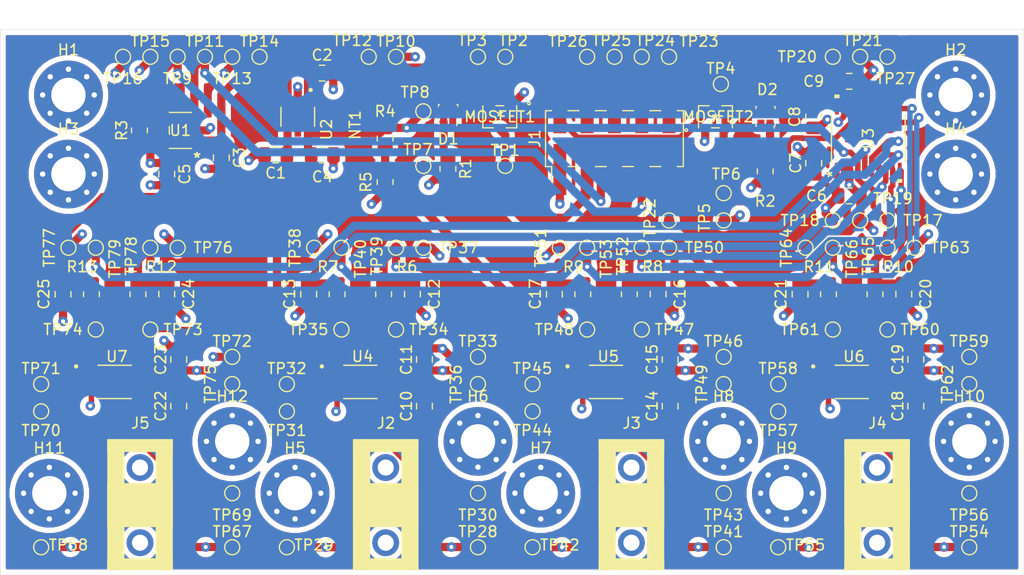
<source format=kicad_pcb>
(kicad_pcb (version 20171130) (host pcbnew 5.1.10-88a1d61d58~90~ubuntu20.04.1)
  (layers (0 Front signal) (1 In1.Cu signal) (2 In2.Cu signal) (31 Back signal) (34 B.Paste user) (35 F.Paste user) (36 B.SilkS user) (37 F.SilkS user) (38 B.Mask user) (39 F.Mask user) (44 Edge.Cuts user))
  (net 0 "")
  (net 1 +5V)
  (net 2 /3V3_REF_FILTER)
  (net 3 /1V65_REF)
  (net 4 /3V3_REF_OUT)
  (net 5 GND)
  (net 6 /3V3_REF_OUTS)
  (net 7 /3V3_REF_VIN)
  (net 8 /ADC_AVDD)
  (net 9 /3V3_PROT)
  (net 10 "Net-(C10-Pad2)")
  (net 11 /Sheet61550FD4/Bridge1/INST_AMP+)
  (net 12 /Sheet61550FD4/ADC_CH2)
  (net 13 /Sheet61550FD4/ADC_CH3)
  (net 14 "Net-(C14-Pad2)")
  (net 15 /Sheet61550FD4/Bridge2/INST_AMP+)
  (net 16 /Sheet61550FD4/ADC_CH4)
  (net 17 /Sheet61550FD4/ADC_CH5)
  (net 18 "Net-(C18-Pad2)")
  (net 19 /Sheet61550FD4/Bridge3/INST_AMP+)
  (net 20 /Sheet61550FD4/ADC_CH6)
  (net 21 /Sheet61550FD4/ADC_CH7)
  (net 22 "Net-(C22-Pad2)")
  (net 23 /Sheet61550FD4/Bridge0/INST_AMP+)
  (net 24 /Sheet61550FD4/ADC_CH0)
  (net 25 /Sheet61550FD4/ADC_CH1)
  (net 26 "Net-(D1-Pad3)")
  (net 27 "Net-(D1-Pad2)")
  (net 28 "Net-(D1-Pad1)")
  (net 29 "Net-(D2-Pad3)")
  (net 30 "Net-(D2-Pad2)")
  (net 31 "Net-(D2-Pad1)")
  (net 32 /CS)
  (net 33 /SCK)
  (net 34 /ENABLE)
  (net 35 /MISO)
  (net 36 /PGOOD)
  (net 37 /MOSI)
  (net 38 /ADC_CLK)
  (net 39 +3V3)
  (net 40 /Sheet61550FD4/Bridge1/BRIDGE-)
  (net 41 "Net-(J2-Pad5)")
  (net 42 "Net-(J2-Pad6)")
  (net 43 /Sheet61550FD4/Bridge1/BRIDGE+)
  (net 44 /Sheet61550FD4/Bridge2/BRIDGE-)
  (net 45 "Net-(J3-Pad5)")
  (net 46 "Net-(J3-Pad6)")
  (net 47 /Sheet61550FD4/Bridge2/BRIDGE+)
  (net 48 /Sheet61550FD4/Bridge3/BRIDGE-)
  (net 49 "Net-(J4-Pad5)")
  (net 50 "Net-(J4-Pad6)")
  (net 51 /Sheet61550FD4/Bridge3/BRIDGE+)
  (net 52 /Sheet61550FD4/Bridge0/BRIDGE-)
  (net 53 "Net-(J5-Pad5)")
  (net 54 "Net-(J5-Pad6)")
  (net 55 /Sheet61550FD4/Bridge0/BRIDGE+)
  (net 56 /Sheet61550FD4/Bridge1/INST_AMP-)
  (net 57 /Sheet61550FD4/Bridge2/INST_AMP-)
  (net 58 /Sheet61550FD4/Bridge3/INST_AMP-)
  (net 59 /Sheet61550FD4/Bridge0/INST_AMP-)
  (net 60 /ADC_IRQ)
  (module MountingHole:MountingHole_3.2mm_M3_Pad_Via (layer Front) (at 71.12 127.254)
    (fp_text reference H12 (at 0 -4.2) (layer F.SilkS))
    (fp_text value MountingHole)
    (pad 1 thru_hole circle (at 1.697056 -1.697056) (size 0.8 0.8) (drill 0.5) (layers *.Cu *.Mask) (net 5 GND))
    (pad 1 thru_hole circle (at 0 -2.4) (size 0.8 0.8) (drill 0.5) (layers *.Cu *.Mask) (net 5 GND))
    (pad 1 thru_hole circle (at -1.697056 -1.697056) (size 0.8 0.8) (drill 0.5) (layers *.Cu *.Mask) (net 5 GND))
    (pad 1 thru_hole circle (at -2.4 0) (size 0.8 0.8) (drill 0.5) (layers *.Cu *.Mask) (net 5 GND))
    (pad 1 thru_hole circle (at -1.697056 1.697056) (size 0.8 0.8) (drill 0.5) (layers *.Cu *.Mask) (net 5 GND))
    (pad 1 thru_hole circle (at 0 2.4) (size 0.8 0.8) (drill 0.5) (layers *.Cu *.Mask) (net 5 GND))
    (pad 1 thru_hole circle (at 1.697056 1.697056) (size 0.8 0.8) (drill 0.5) (layers *.Cu *.Mask) (net 5 GND))
    (pad 1 thru_hole circle (at 2.4 0) (size 0.8 0.8) (drill 0.5) (layers *.Cu *.Mask) (net 5 GND))
    (pad 1 thru_hole circle (at 0 0) (size 6.4 6.4) (drill 3.2) (layers *.Cu *.Mask) (net 5 GND))
  )
  (module MountingHole:MountingHole_3.2mm_M3_Pad_Via (layer Front) (at 54.102 132.08)
    (fp_text reference H11 (at 0 -4.2) (layer F.SilkS))
    (fp_text value MountingHole)
    (pad 1 thru_hole circle (at 1.697056 -1.697056) (size 0.8 0.8) (drill 0.5) (layers *.Cu *.Mask) (net 5 GND))
    (pad 1 thru_hole circle (at 0 -2.4) (size 0.8 0.8) (drill 0.5) (layers *.Cu *.Mask) (net 5 GND))
    (pad 1 thru_hole circle (at -1.697056 -1.697056) (size 0.8 0.8) (drill 0.5) (layers *.Cu *.Mask) (net 5 GND))
    (pad 1 thru_hole circle (at -2.4 0) (size 0.8 0.8) (drill 0.5) (layers *.Cu *.Mask) (net 5 GND))
    (pad 1 thru_hole circle (at -1.697056 1.697056) (size 0.8 0.8) (drill 0.5) (layers *.Cu *.Mask) (net 5 GND))
    (pad 1 thru_hole circle (at 0 2.4) (size 0.8 0.8) (drill 0.5) (layers *.Cu *.Mask) (net 5 GND))
    (pad 1 thru_hole circle (at 1.697056 1.697056) (size 0.8 0.8) (drill 0.5) (layers *.Cu *.Mask) (net 5 GND))
    (pad 1 thru_hole circle (at 2.4 0) (size 0.8 0.8) (drill 0.5) (layers *.Cu *.Mask) (net 5 GND))
    (pad 1 thru_hole circle (at 0 0) (size 6.4 6.4) (drill 3.2) (layers *.Cu *.Mask) (net 5 GND))
  )
  (module MountingHole:MountingHole_3.2mm_M3_Pad_Via (layer Front) (at 139.7 127.254)
    (fp_text reference H10 (at 0 -4.2) (layer F.SilkS))
    (fp_text value MountingHole)
    (pad 1 thru_hole circle (at 1.697056 -1.697056) (size 0.8 0.8) (drill 0.5) (layers *.Cu *.Mask) (net 5 GND))
    (pad 1 thru_hole circle (at 0 -2.4) (size 0.8 0.8) (drill 0.5) (layers *.Cu *.Mask) (net 5 GND))
    (pad 1 thru_hole circle (at -1.697056 -1.697056) (size 0.8 0.8) (drill 0.5) (layers *.Cu *.Mask) (net 5 GND))
    (pad 1 thru_hole circle (at -2.4 0) (size 0.8 0.8) (drill 0.5) (layers *.Cu *.Mask) (net 5 GND))
    (pad 1 thru_hole circle (at -1.697056 1.697056) (size 0.8 0.8) (drill 0.5) (layers *.Cu *.Mask) (net 5 GND))
    (pad 1 thru_hole circle (at 0 2.4) (size 0.8 0.8) (drill 0.5) (layers *.Cu *.Mask) (net 5 GND))
    (pad 1 thru_hole circle (at 1.697056 1.697056) (size 0.8 0.8) (drill 0.5) (layers *.Cu *.Mask) (net 5 GND))
    (pad 1 thru_hole circle (at 2.4 0) (size 0.8 0.8) (drill 0.5) (layers *.Cu *.Mask) (net 5 GND))
    (pad 1 thru_hole circle (at 0 0) (size 6.4 6.4) (drill 3.2) (layers *.Cu *.Mask) (net 5 GND))
  )
  (module MountingHole:MountingHole_3.2mm_M3_Pad_Via (layer Front) (at 122.682 132.08)
    (fp_text reference H9 (at 0 -4.2) (layer F.SilkS))
    (fp_text value MountingHole)
    (pad 1 thru_hole circle (at 1.697056 -1.697056) (size 0.8 0.8) (drill 0.5) (layers *.Cu *.Mask) (net 5 GND))
    (pad 1 thru_hole circle (at 0 -2.4) (size 0.8 0.8) (drill 0.5) (layers *.Cu *.Mask) (net 5 GND))
    (pad 1 thru_hole circle (at -1.697056 -1.697056) (size 0.8 0.8) (drill 0.5) (layers *.Cu *.Mask) (net 5 GND))
    (pad 1 thru_hole circle (at -2.4 0) (size 0.8 0.8) (drill 0.5) (layers *.Cu *.Mask) (net 5 GND))
    (pad 1 thru_hole circle (at -1.697056 1.697056) (size 0.8 0.8) (drill 0.5) (layers *.Cu *.Mask) (net 5 GND))
    (pad 1 thru_hole circle (at 0 2.4) (size 0.8 0.8) (drill 0.5) (layers *.Cu *.Mask) (net 5 GND))
    (pad 1 thru_hole circle (at 1.697056 1.697056) (size 0.8 0.8) (drill 0.5) (layers *.Cu *.Mask) (net 5 GND))
    (pad 1 thru_hole circle (at 2.4 0) (size 0.8 0.8) (drill 0.5) (layers *.Cu *.Mask) (net 5 GND))
    (pad 1 thru_hole circle (at 0 0) (size 6.4 6.4) (drill 3.2) (layers *.Cu *.Mask) (net 5 GND))
  )
  (module MountingHole:MountingHole_3.2mm_M3_Pad_Via (layer Front) (at 116.84 127.254)
    (fp_text reference H8 (at 0 -4.2) (layer F.SilkS))
    (fp_text value MountingHole)
    (pad 1 thru_hole circle (at 1.697056 -1.697056) (size 0.8 0.8) (drill 0.5) (layers *.Cu *.Mask) (net 5 GND))
    (pad 1 thru_hole circle (at 0 -2.4) (size 0.8 0.8) (drill 0.5) (layers *.Cu *.Mask) (net 5 GND))
    (pad 1 thru_hole circle (at -1.697056 -1.697056) (size 0.8 0.8) (drill 0.5) (layers *.Cu *.Mask) (net 5 GND))
    (pad 1 thru_hole circle (at -2.4 0) (size 0.8 0.8) (drill 0.5) (layers *.Cu *.Mask) (net 5 GND))
    (pad 1 thru_hole circle (at -1.697056 1.697056) (size 0.8 0.8) (drill 0.5) (layers *.Cu *.Mask) (net 5 GND))
    (pad 1 thru_hole circle (at 0 2.4) (size 0.8 0.8) (drill 0.5) (layers *.Cu *.Mask) (net 5 GND))
    (pad 1 thru_hole circle (at 1.697056 1.697056) (size 0.8 0.8) (drill 0.5) (layers *.Cu *.Mask) (net 5 GND))
    (pad 1 thru_hole circle (at 2.4 0) (size 0.8 0.8) (drill 0.5) (layers *.Cu *.Mask) (net 5 GND))
    (pad 1 thru_hole circle (at 0 0) (size 6.4 6.4) (drill 3.2) (layers *.Cu *.Mask) (net 5 GND))
  )
  (module MountingHole:MountingHole_3.2mm_M3_Pad_Via (layer Front) (at 99.822 132.08)
    (fp_text reference H7 (at 0 -4.2) (layer F.SilkS))
    (fp_text value MountingHole)
    (pad 1 thru_hole circle (at 1.697056 -1.697056) (size 0.8 0.8) (drill 0.5) (layers *.Cu *.Mask) (net 5 GND))
    (pad 1 thru_hole circle (at 0 -2.4) (size 0.8 0.8) (drill 0.5) (layers *.Cu *.Mask) (net 5 GND))
    (pad 1 thru_hole circle (at -1.697056 -1.697056) (size 0.8 0.8) (drill 0.5) (layers *.Cu *.Mask) (net 5 GND))
    (pad 1 thru_hole circle (at -2.4 0) (size 0.8 0.8) (drill 0.5) (layers *.Cu *.Mask) (net 5 GND))
    (pad 1 thru_hole circle (at -1.697056 1.697056) (size 0.8 0.8) (drill 0.5) (layers *.Cu *.Mask) (net 5 GND))
    (pad 1 thru_hole circle (at 0 2.4) (size 0.8 0.8) (drill 0.5) (layers *.Cu *.Mask) (net 5 GND))
    (pad 1 thru_hole circle (at 1.697056 1.697056) (size 0.8 0.8) (drill 0.5) (layers *.Cu *.Mask) (net 5 GND))
    (pad 1 thru_hole circle (at 2.4 0) (size 0.8 0.8) (drill 0.5) (layers *.Cu *.Mask) (net 5 GND))
    (pad 1 thru_hole circle (at 0 0) (size 6.4 6.4) (drill 3.2) (layers *.Cu *.Mask) (net 5 GND))
  )
  (module MountingHole:MountingHole_3.2mm_M3_Pad_Via (layer Front) (at 93.98 127.254)
    (fp_text reference H6 (at 0 -4.2) (layer F.SilkS))
    (fp_text value MountingHole)
    (pad 1 thru_hole circle (at 1.697056 -1.697056) (size 0.8 0.8) (drill 0.5) (layers *.Cu *.Mask) (net 5 GND))
    (pad 1 thru_hole circle (at 0 -2.4) (size 0.8 0.8) (drill 0.5) (layers *.Cu *.Mask) (net 5 GND))
    (pad 1 thru_hole circle (at -1.697056 -1.697056) (size 0.8 0.8) (drill 0.5) (layers *.Cu *.Mask) (net 5 GND))
    (pad 1 thru_hole circle (at -2.4 0) (size 0.8 0.8) (drill 0.5) (layers *.Cu *.Mask) (net 5 GND))
    (pad 1 thru_hole circle (at -1.697056 1.697056) (size 0.8 0.8) (drill 0.5) (layers *.Cu *.Mask) (net 5 GND))
    (pad 1 thru_hole circle (at 0 2.4) (size 0.8 0.8) (drill 0.5) (layers *.Cu *.Mask) (net 5 GND))
    (pad 1 thru_hole circle (at 1.697056 1.697056) (size 0.8 0.8) (drill 0.5) (layers *.Cu *.Mask) (net 5 GND))
    (pad 1 thru_hole circle (at 2.4 0) (size 0.8 0.8) (drill 0.5) (layers *.Cu *.Mask) (net 5 GND))
    (pad 1 thru_hole circle (at 0 0) (size 6.4 6.4) (drill 3.2) (layers *.Cu *.Mask) (net 5 GND))
  )
  (module MountingHole:MountingHole_3.2mm_M3_Pad_Via (layer Front) (at 76.962 132.08)
    (fp_text reference H5 (at 0 -4.2) (layer F.SilkS))
    (fp_text value MountingHole)
    (pad 1 thru_hole circle (at 1.697056 -1.697056) (size 0.8 0.8) (drill 0.5) (layers *.Cu *.Mask) (net 5 GND))
    (pad 1 thru_hole circle (at 0 -2.4) (size 0.8 0.8) (drill 0.5) (layers *.Cu *.Mask) (net 5 GND))
    (pad 1 thru_hole circle (at -1.697056 -1.697056) (size 0.8 0.8) (drill 0.5) (layers *.Cu *.Mask) (net 5 GND))
    (pad 1 thru_hole circle (at -2.4 0) (size 0.8 0.8) (drill 0.5) (layers *.Cu *.Mask) (net 5 GND))
    (pad 1 thru_hole circle (at -1.697056 1.697056) (size 0.8 0.8) (drill 0.5) (layers *.Cu *.Mask) (net 5 GND))
    (pad 1 thru_hole circle (at 0 2.4) (size 0.8 0.8) (drill 0.5) (layers *.Cu *.Mask) (net 5 GND))
    (pad 1 thru_hole circle (at 1.697056 1.697056) (size 0.8 0.8) (drill 0.5) (layers *.Cu *.Mask) (net 5 GND))
    (pad 1 thru_hole circle (at 2.4 0) (size 0.8 0.8) (drill 0.5) (layers *.Cu *.Mask) (net 5 GND))
    (pad 1 thru_hole circle (at 0 0) (size 6.4 6.4) (drill 3.2) (layers *.Cu *.Mask) (net 5 GND))
  )
  (module MountingHole:MountingHole_3.2mm_M3_Pad_Via (layer Front) (at 138.43 102.362)
    (fp_text reference H4 (at 0 -4.2) (layer F.SilkS))
    (fp_text value MountingHole)
    (pad 1 thru_hole circle (at 1.697056 -1.697056) (size 0.8 0.8) (drill 0.5) (layers *.Cu *.Mask) (net 5 GND))
    (pad 1 thru_hole circle (at 0 -2.4) (size 0.8 0.8) (drill 0.5) (layers *.Cu *.Mask) (net 5 GND))
    (pad 1 thru_hole circle (at -1.697056 -1.697056) (size 0.8 0.8) (drill 0.5) (layers *.Cu *.Mask) (net 5 GND))
    (pad 1 thru_hole circle (at -2.4 0) (size 0.8 0.8) (drill 0.5) (layers *.Cu *.Mask) (net 5 GND))
    (pad 1 thru_hole circle (at -1.697056 1.697056) (size 0.8 0.8) (drill 0.5) (layers *.Cu *.Mask) (net 5 GND))
    (pad 1 thru_hole circle (at 0 2.4) (size 0.8 0.8) (drill 0.5) (layers *.Cu *.Mask) (net 5 GND))
    (pad 1 thru_hole circle (at 1.697056 1.697056) (size 0.8 0.8) (drill 0.5) (layers *.Cu *.Mask) (net 5 GND))
    (pad 1 thru_hole circle (at 2.4 0) (size 0.8 0.8) (drill 0.5) (layers *.Cu *.Mask) (net 5 GND))
    (pad 1 thru_hole circle (at 0 0) (size 6.4 6.4) (drill 3.2) (layers *.Cu *.Mask) (net 5 GND))
  )
  (module MountingHole:MountingHole_3.2mm_M3_Pad_Via (layer Front) (at 55.88 102.362)
    (fp_text reference H3 (at 0 -4.2) (layer F.SilkS))
    (fp_text value MountingHole)
    (pad 1 thru_hole circle (at 1.697056 -1.697056) (size 0.8 0.8) (drill 0.5) (layers *.Cu *.Mask) (net 5 GND))
    (pad 1 thru_hole circle (at 0 -2.4) (size 0.8 0.8) (drill 0.5) (layers *.Cu *.Mask) (net 5 GND))
    (pad 1 thru_hole circle (at -1.697056 -1.697056) (size 0.8 0.8) (drill 0.5) (layers *.Cu *.Mask) (net 5 GND))
    (pad 1 thru_hole circle (at -2.4 0) (size 0.8 0.8) (drill 0.5) (layers *.Cu *.Mask) (net 5 GND))
    (pad 1 thru_hole circle (at -1.697056 1.697056) (size 0.8 0.8) (drill 0.5) (layers *.Cu *.Mask) (net 5 GND))
    (pad 1 thru_hole circle (at 0 2.4) (size 0.8 0.8) (drill 0.5) (layers *.Cu *.Mask) (net 5 GND))
    (pad 1 thru_hole circle (at 1.697056 1.697056) (size 0.8 0.8) (drill 0.5) (layers *.Cu *.Mask) (net 5 GND))
    (pad 1 thru_hole circle (at 2.4 0) (size 0.8 0.8) (drill 0.5) (layers *.Cu *.Mask) (net 5 GND))
    (pad 1 thru_hole circle (at 0 0) (size 6.4 6.4) (drill 3.2) (layers *.Cu *.Mask) (net 5 GND))
  )
  (module MountingHole:MountingHole_3.2mm_M3_Pad_Via (layer Front) (at 138.43 94.996)
    (fp_text reference H2 (at 0 -4.2) (layer F.SilkS))
    (fp_text value MountingHole)
    (pad 1 thru_hole circle (at 1.697056 -1.697056) (size 0.8 0.8) (drill 0.5) (layers *.Cu *.Mask) (net 5 GND))
    (pad 1 thru_hole circle (at 0 -2.4) (size 0.8 0.8) (drill 0.5) (layers *.Cu *.Mask) (net 5 GND))
    (pad 1 thru_hole circle (at -1.697056 -1.697056) (size 0.8 0.8) (drill 0.5) (layers *.Cu *.Mask) (net 5 GND))
    (pad 1 thru_hole circle (at -2.4 0) (size 0.8 0.8) (drill 0.5) (layers *.Cu *.Mask) (net 5 GND))
    (pad 1 thru_hole circle (at -1.697056 1.697056) (size 0.8 0.8) (drill 0.5) (layers *.Cu *.Mask) (net 5 GND))
    (pad 1 thru_hole circle (at 0 2.4) (size 0.8 0.8) (drill 0.5) (layers *.Cu *.Mask) (net 5 GND))
    (pad 1 thru_hole circle (at 1.697056 1.697056) (size 0.8 0.8) (drill 0.5) (layers *.Cu *.Mask) (net 5 GND))
    (pad 1 thru_hole circle (at 2.4 0) (size 0.8 0.8) (drill 0.5) (layers *.Cu *.Mask) (net 5 GND))
    (pad 1 thru_hole circle (at 0 0) (size 6.4 6.4) (drill 3.2) (layers *.Cu *.Mask) (net 5 GND))
  )
  (module MountingHole:MountingHole_3.2mm_M3_Pad_Via (layer Front) (at 55.88 94.996)
    (fp_text reference H1 (at 0 -4.2) (layer F.SilkS))
    (fp_text value MountingHole)
    (pad 1 thru_hole circle (at 1.697056 -1.697056) (size 0.8 0.8) (drill 0.5) (layers *.Cu *.Mask) (net 5 GND))
    (pad 1 thru_hole circle (at 0 -2.4) (size 0.8 0.8) (drill 0.5) (layers *.Cu *.Mask) (net 5 GND))
    (pad 1 thru_hole circle (at -1.697056 -1.697056) (size 0.8 0.8) (drill 0.5) (layers *.Cu *.Mask) (net 5 GND))
    (pad 1 thru_hole circle (at -2.4 0) (size 0.8 0.8) (drill 0.5) (layers *.Cu *.Mask) (net 5 GND))
    (pad 1 thru_hole circle (at -1.697056 1.697056) (size 0.8 0.8) (drill 0.5) (layers *.Cu *.Mask) (net 5 GND))
    (pad 1 thru_hole circle (at 0 2.4) (size 0.8 0.8) (drill 0.5) (layers *.Cu *.Mask) (net 5 GND))
    (pad 1 thru_hole circle (at 1.697056 1.697056) (size 0.8 0.8) (drill 0.5) (layers *.Cu *.Mask) (net 5 GND))
    (pad 1 thru_hole circle (at 2.4 0) (size 0.8 0.8) (drill 0.5) (layers *.Cu *.Mask) (net 5 GND))
    (pad 1 thru_hole circle (at 0 0) (size 6.4 6.4) (drill 3.2) (layers *.Cu *.Mask) (net 5 GND))
  )
  (module TestPoint:TestPoint_Pad_D1.0mm (layer Front) (at 60.96 91.44)
    (fp_text reference TP16 (at 0 2.032) (layer F.SilkS))
    (fp_text value GND)
    (pad 1 smd circle (at 0 0) (size 1 1) (layers Front F.Mask) (net 5 GND))
  )
  (module TestPoint:TestPoint_Pad_D1.0mm (layer Front) (at 63.5 91.44)
    (fp_text reference TP15 (at 0 -1.448) (layer F.SilkS))
    (fp_text value AVDD)
    (pad 1 smd circle (at 0 0) (size 1 1) (layers Front F.Mask) (net 8 /ADC_AVDD))
  )
  (module TestPoint:TestPoint_Pad_D1.0mm (layer Front) (at 73.66 91.44)
    (fp_text reference TP14 (at 0 -1.448) (layer F.SilkS))
    (fp_text value 5V_PROT)
    (pad 1 smd circle (at 0 0) (size 1 1) (layers Front F.Mask) (net 7 /3V3_REF_VIN))
  )
  (module TestPoint:TestPoint_Pad_D1.0mm (layer Front) (at 71.12 91.44)
    (fp_text reference TP13 (at 0 2.032) (layer F.SilkS))
    (fp_text value GND)
    (pad 1 smd circle (at 0 0) (size 1 1) (layers Front F.Mask) (net 5 GND))
  )
  (module TestPoint:TestPoint_Pad_D1.0mm (layer Front) (at 68.58 91.44)
    (fp_text reference TP11 (at 0 -1.448) (layer F.SilkS))
    (fp_text value ENABLE)
    (pad 1 smd circle (at 0 0) (size 1 1) (layers Front F.Mask) (net 34 /ENABLE))
  )
  (module TestPoint:TestPoint_Pad_D1.0mm (layer Front) (at 66.04 91.44)
    (fp_text reference TP9 (at 0 2.032) (layer F.SilkS))
    (fp_text value PGOOD)
    (pad 1 smd circle (at 0 0) (size 1 1) (layers Front F.Mask) (net 36 /PGOOD))
  )
  (module TestPoint:TestPoint_Pad_D1.0mm (layer Front) (at 83.82 91.44)
    (fp_text reference TP12 (at -1.524 -1.524) (layer F.SilkS))
    (fp_text value 5V_PROT)
    (pad 1 smd circle (at 0 0) (size 1 1) (layers Front F.Mask) (net 7 /3V3_REF_VIN))
  )
  (module TestPoint:TestPoint_Pad_D1.0mm (layer Front) (at 86.36 91.44)
    (fp_text reference TP10 (at 0 -1.448) (layer F.SilkS))
    (fp_text value GND)
    (pad 1 smd circle (at 0 0) (size 1 1) (layers Front F.Mask) (net 5 GND))
  )
  (module TestPoint:TestPoint_Pad_D1.0mm (layer Front) (at 88.9 96.52)
    (fp_text reference TP8 (at -0.762 -1.778) (layer F.SilkS))
    (fp_text value 3V3_REF)
    (pad 1 smd circle (at 0 0) (size 1 1) (layers Front F.Mask) (net 4 /3V3_REF_OUT))
  )
  (module TestPoint:TestPoint_Pad_D1.0mm (layer Front) (at 88.9 101.6)
    (fp_text reference TP7 (at -0.508 -1.524) (layer F.SilkS))
    (fp_text value 1V65_REF)
    (pad 1 smd circle (at 0 0) (size 1 1) (layers Front F.Mask) (net 3 /1V65_REF))
  )
  (module TestPoint:TestPoint_Pad_D1.0mm (layer Front) (at 116.84 104.14)
    (fp_text reference TP6 (at 0.254 -1.778 180) (layer F.SilkS))
    (fp_text value 3V3_PROT)
    (pad 1 smd circle (at 0 0) (size 1 1) (layers Front F.Mask) (net 9 /3V3_PROT))
  )
  (module TestPoint:TestPoint_Pad_D1.0mm (layer Front) (at 116.84 106.68)
    (fp_text reference TP5 (at -1.778 -0.254 90) (layer F.SilkS))
    (fp_text value GND)
    (pad 1 smd circle (at 0 0) (size 1 1) (layers Front F.Mask) (net 5 GND))
  )
  (module TestPoint:TestPoint_Pad_D1.0mm (layer Front) (at 116.586 93.98)
    (fp_text reference TP4 (at 0 -1.448) (layer F.SilkS))
    (fp_text value 3V3)
    (pad 1 smd circle (at 0 0) (size 1 1) (layers Front F.Mask) (net 39 +3V3))
  )
  (module TestPoint:TestPoint_Pad_D1.0mm (layer Front) (at 93.98 91.44)
    (fp_text reference TP3 (at -0.508 -1.524) (layer F.SilkS))
    (fp_text value 5V_PROT)
    (pad 1 smd circle (at 0 0) (size 1 1) (layers Front F.Mask) (net 7 /3V3_REF_VIN))
  )
  (module TestPoint:TestPoint_Pad_D1.0mm (layer Front) (at 96.52 91.44)
    (fp_text reference TP2 (at 0.762 -1.524) (layer F.SilkS))
    (fp_text value GND)
    (pad 1 smd circle (at 0 0) (size 1 1) (layers Front F.Mask) (net 5 GND))
  )
  (module TestPoint:TestPoint_Pad_D1.0mm (layer Front) (at 96.52 101.6)
    (fp_text reference TP1 (at 0 -1.448) (layer F.SilkS))
    (fp_text value 3V3)
    (pad 1 smd circle (at 0 0) (size 1 1) (layers Front F.Mask) (net 1 +5V))
  )
  (module ‎MCP3564-E-ST:MCP3564-E&slash_ST (layer Front) (at 130.302 99.06 90)
    (fp_text reference U3 (at 0 0 90) (layer F.SilkS))
    (fp_text value MCP3564-E_ST)
    (fp_text user * (at -3.302 -3.302 90) (layer F.SilkS))
    (pad 20 smd rect (at 2.90195 -2.924998 90) (size 1.3081 0.3556) (layers Front F.Paste F.Mask) (net 9 /3V3_PROT))
    (pad 19 smd rect (at 2.90195 -2.274999 90) (size 1.3081 0.3556) (layers Front F.Paste F.Mask) (net 5 GND))
    (pad 18 smd rect (at 2.90195 -1.624998 90) (size 1.3081 0.3556) (layers Front F.Paste F.Mask) (net 38 /ADC_CLK))
    (pad 17 smd rect (at 2.90195 -0.974999 90) (size 1.3081 0.3556) (layers Front F.Paste F.Mask) (net 60 /ADC_IRQ))
    (pad 16 smd rect (at 2.90195 -0.324998 90) (size 1.3081 0.3556) (layers Front F.Paste F.Mask) (net 35 /MISO))
    (pad 15 smd rect (at 2.90195 0.325001 90) (size 1.3081 0.3556) (layers Front F.Paste F.Mask) (net 37 /MOSI))
    (pad 14 smd rect (at 2.90195 0.975002 90) (size 1.3081 0.3556) (layers Front F.Paste F.Mask) (net 33 /SCK))
    (pad 13 smd rect (at 2.90195 1.625001 90) (size 1.3081 0.3556) (layers Front F.Paste F.Mask) (net 32 /CS))
    (pad 12 smd rect (at 2.90195 2.275002 90) (size 1.3081 0.3556) (layers Front F.Paste F.Mask) (net 21 /Sheet61550FD4/ADC_CH7))
    (pad 11 smd rect (at 2.90195 2.925 90) (size 1.3081 0.3556) (layers Front F.Paste F.Mask) (net 20 /Sheet61550FD4/ADC_CH6))
    (pad 10 smd rect (at -2.90195 2.924998 90) (size 1.3081 0.3556) (layers Front F.Paste F.Mask) (net 17 /Sheet61550FD4/ADC_CH5))
    (pad 9 smd rect (at -2.90195 2.274999 90) (size 1.3081 0.3556) (layers Front F.Paste F.Mask) (net 16 /Sheet61550FD4/ADC_CH4))
    (pad 8 smd rect (at -2.90195 1.624998 90) (size 1.3081 0.3556) (layers Front F.Paste F.Mask) (net 13 /Sheet61550FD4/ADC_CH3))
    (pad 7 smd rect (at -2.90195 0.974999 90) (size 1.3081 0.3556) (layers Front F.Paste F.Mask) (net 12 /Sheet61550FD4/ADC_CH2))
    (pad 6 smd rect (at -2.90195 0.324998 90) (size 1.3081 0.3556) (layers Front F.Paste F.Mask) (net 25 /Sheet61550FD4/ADC_CH1))
    (pad 5 smd rect (at -2.90195 -0.325001 90) (size 1.3081 0.3556) (layers Front F.Paste F.Mask) (net 24 /Sheet61550FD4/ADC_CH0))
    (pad 4 smd rect (at -2.90195 -0.974999 90) (size 1.3081 0.3556) (layers Front F.Paste F.Mask) (net 4 /3V3_REF_OUT))
    (pad 3 smd rect (at -2.90195 -1.625001 90) (size 1.3081 0.3556) (layers Front F.Paste F.Mask) (net 5 GND))
    (pad 2 smd rect (at -2.90195 -2.274999 90) (size 1.3081 0.3556) (layers Front F.Paste F.Mask) (net 5 GND))
    (pad 1 smd rect (at -2.90195 -2.925 90) (size 1.3081 0.3556) (layers Front F.Paste F.Mask) (net 8 /ADC_AVDD))
  )
  (module TestPoint:TestPoint_Pad_D1.0mm (layer Front) (at 132.08 91.44)
    (fp_text reference TP27 (at 0.762 2.032 180) (layer F.SilkS))
    (fp_text value IRQ)
    (pad 1 smd circle (at 0 0) (size 1 1) (layers Front F.Mask) (net 60 /ADC_IRQ))
  )
  (module TestPoint:TestPoint_Pad_D1.0mm (layer Front) (at 104.14 91.44)
    (fp_text reference TP26 (at -1.778 -1.448) (layer F.SilkS))
    (fp_text value CS)
    (pad 1 smd circle (at 0 0) (size 1 1) (layers Front F.Mask) (net 32 /CS))
  )
  (module TestPoint:TestPoint_Pad_D1.0mm (layer Front) (at 106.68 91.44)
    (fp_text reference TP25 (at -0.254 -1.524) (layer F.SilkS))
    (fp_text value SCK)
    (pad 1 smd circle (at 0 0) (size 1 1) (layers Front F.Mask) (net 33 /SCK))
  )
  (module TestPoint:TestPoint_Pad_D1.0mm (layer Front) (at 109.22 91.44)
    (fp_text reference TP24 (at 1.27 -1.524) (layer F.SilkS))
    (fp_text value MOSI)
    (pad 1 smd circle (at 0 0) (size 1 1) (layers Front F.Mask) (net 37 /MOSI))
  )
  (module TestPoint:TestPoint_Pad_D1.0mm (layer Front) (at 111.76 91.44)
    (fp_text reference TP23 (at 2.794 -1.448) (layer F.SilkS))
    (fp_text value MISO)
    (pad 1 smd circle (at 0 0) (size 1 1) (layers Front F.Mask) (net 35 /MISO))
  )
  (module TestPoint:TestPoint_Pad_D1.0mm (layer Front) (at 111.76 106.68)
    (fp_text reference TP22 (at -1.778 -0.254 90) (layer F.SilkS))
    (fp_text value CLK)
    (pad 1 smd circle (at 0 0) (size 1 1) (layers Front F.Mask) (net 38 /ADC_CLK))
  )
  (module TestPoint:TestPoint_Pad_D1.0mm (layer Front) (at 129.54 91.44)
    (fp_text reference TP21 (at 0.254 -1.524) (layer F.SilkS))
    (fp_text value GND)
    (pad 1 smd circle (at 0 0) (size 1 1) (layers Front F.Mask) (net 5 GND))
  )
  (module TestPoint:TestPoint_Pad_D1.0mm (layer Front) (at 127 91.44)
    (fp_text reference TP20 (at -3.302 0) (layer F.SilkS))
    (fp_text value DVDD)
    (pad 1 smd circle (at 0 0) (size 1 1) (layers Front F.Mask) (net 9 /3V3_PROT))
  )
  (module TestPoint:TestPoint_Pad_D1.0mm (layer Front) (at 129.54 106.68)
    (fp_text reference TP19 (at 3.048 -2.032) (layer F.SilkS))
    (fp_text value GND)
    (pad 1 smd circle (at 0 0) (size 1 1) (layers Front F.Mask) (net 5 GND))
  )
  (module TestPoint:TestPoint_Pad_D1.0mm (layer Front) (at 127 106.68)
    (fp_text reference TP18 (at -3.048 0) (layer F.SilkS))
    (fp_text value AVDD)
    (pad 1 smd circle (at 0 0) (size 1 1) (layers Front F.Mask) (net 8 /ADC_AVDD))
  )
  (module TestPoint:TestPoint_Pad_D1.0mm (layer Front) (at 132.08 106.68)
    (fp_text reference TP17 (at 3.302 0) (layer F.SilkS))
    (fp_text value 3V3_REF)
    (pad 1 smd circle (at 0 0) (size 1 1) (layers Front F.Mask) (net 4 /3V3_REF_OUT))
  )
  (module ul_SSM3J332R:SSM3J332R (layer Front) (at 116.078 97.028)
    (fp_text reference MOSFET2 (at 0.254 0) (layer F.SilkS))
    (fp_text value SSM3J332R)
    (fp_text user * (at 0 0.254) (layer F.SilkS))
    (pad 3 smd rect (at 0 -1.1938) (size 0.508 0.508) (layers Front F.Paste F.Mask) (net 39 +3V3))
    (pad 2 smd rect (at 0.950001 1.1938) (size 0.508 0.508) (layers Front F.Paste F.Mask) (net 9 /3V3_PROT))
    (pad 1 smd rect (at -0.950001 1.1938) (size 0.508 0.508) (layers Front F.Paste F.Mask) (net 5 GND))
  )
  (module ul_SSM3J332R:SSM3J332R (layer Front) (at 96.012 97.028 180)
    (fp_text reference MOSFET1 (at 0 0 180) (layer F.SilkS))
    (fp_text value SSM3J332R)
    (fp_text user * (at 0 0) (layer F.SilkS))
    (pad 3 smd rect (at 0 -1.1938 180) (size 0.508 0.508) (layers Front F.Paste F.Mask) (net 1 +5V))
    (pad 2 smd rect (at 0.950001 1.1938 180) (size 0.508 0.508) (layers Front F.Paste F.Mask) (net 7 /3V3_REF_VIN))
    (pad 1 smd rect (at -0.950001 1.1938 180) (size 0.508 0.508) (layers Front F.Paste F.Mask) (net 5 GND))
  )
  (module ul_MCP1755T-3302E-OT:MCP1755T-3302E&slash_OT (layer Front) (at 66.294 98.298 180)
    (fp_text reference U1 (at 0 0) (layer F.SilkS))
    (fp_text value MCP1755T-3302E_OT)
    (fp_text user * (at -1.5494 -2.601) (layer F.SilkS))
    (fp_text user * (at -1.5494 -2.601) (layer F.SilkS))
    (pad 5 smd rect (at 1.2954 -0.950001 180) (size 1.3208 0.508) (layers Front F.Paste F.Mask) (net 8 /ADC_AVDD))
    (pad 4 smd rect (at 1.2954 0.950001 180) (size 1.3208 0.508) (layers Front F.Paste F.Mask) (net 36 /PGOOD))
    (pad 3 smd rect (at -1.2954 0.950001 180) (size 1.3208 0.508) (layers Front F.Paste F.Mask) (net 34 /ENABLE))
    (pad 2 smd rect (at -1.2954 0 180) (size 1.3208 0.508) (layers Front F.Paste F.Mask) (net 5 GND))
    (pad 1 smd rect (at -1.2954 -0.950001 180) (size 1.3208 0.508) (layers Front F.Paste F.Mask) (net 7 /3V3_REF_VIN))
  )
  (module TestPoint:TestPoint_Pad_D1.0mm (layer Front) (at 58.42 109.22)
    (fp_text reference TP79 (at 1.778 1.016 90) (layer F.SilkS))
    (fp_text value DIFF-)
    (pad 1 smd circle (at 0 0) (size 1 1) (layers Front F.Mask) (net 25 /Sheet61550FD4/ADC_CH1))
  )
  (module TestPoint:TestPoint_Pad_D1.0mm (layer Front) (at 63.5 109.22)
    (fp_text reference TP78 (at -1.778 0.762 270) (layer F.SilkS))
    (fp_text value DIFF+)
    (pad 1 smd circle (at 0 0) (size 1 1) (layers Front F.Mask) (net 24 /Sheet61550FD4/ADC_CH0))
  )
  (module TestPoint:TestPoint_Pad_D1.0mm (layer Front) (at 55.88 109.22)
    (fp_text reference TP77 (at -1.778 0 270) (layer F.SilkS))
    (fp_text value GND)
    (pad 1 smd circle (at 0 0) (size 1 1) (layers Front F.Mask) (net 5 GND))
  )
  (module TestPoint:TestPoint_Pad_D1.0mm (layer Front) (at 66.04 109.22)
    (fp_text reference TP76 (at 3.302 0 180) (layer F.SilkS))
    (fp_text value GND)
    (pad 1 smd circle (at 0 0) (size 1 1) (layers Front F.Mask) (net 5 GND))
  )
  (module TestPoint:TestPoint_Pad_D1.0mm (layer Front) (at 71.12 121.92)
    (fp_text reference TP75 (at -2.032 0 90) (layer F.SilkS))
    (fp_text value VDD)
    (pad 1 smd circle (at 0 0) (size 1 1) (layers Front F.Mask) (net 8 /ADC_AVDD))
  )
  (module TestPoint:TestPoint_Pad_D1.0mm (layer Front) (at 58.42 116.84)
    (fp_text reference TP74 (at -3.048 0) (layer F.SilkS))
    (fp_text value AMP-)
    (pad 1 smd circle (at 0 0) (size 1 1) (layers Front F.Mask) (net 59 /Sheet61550FD4/Bridge0/INST_AMP-))
  )
  (module TestPoint:TestPoint_Pad_D1.0mm (layer Front) (at 63.5 116.84)
    (fp_text reference TP73 (at 3.048 0) (layer F.SilkS))
    (fp_text value AMP+)
    (pad 1 smd circle (at 0 0) (size 1 1) (layers Front F.Mask) (net 23 /Sheet61550FD4/Bridge0/INST_AMP+))
  )
  (module TestPoint:TestPoint_Pad_D1.0mm (layer Front) (at 71.12 119.38)
    (fp_text reference TP72 (at 0 -1.448) (layer F.SilkS))
    (fp_text value GND)
    (pad 1 smd circle (at 0 0) (size 1 1) (layers Front F.Mask) (net 5 GND))
  )
  (module TestPoint:TestPoint_Pad_D1.0mm (layer Front) (at 53.34 121.92)
    (fp_text reference TP71 (at 0 -1.448) (layer F.SilkS))
    (fp_text value 1V65)
    (pad 1 smd circle (at 0 0) (size 1 1) (layers Front F.Mask) (net 3 /1V65_REF))
  )
  (module TestPoint:TestPoint_Pad_D1.0mm (layer Front) (at 127 109.22)
    (fp_text reference TP66 (at 1.778 1.016 90) (layer F.SilkS))
    (fp_text value DIFF-)
    (pad 1 smd circle (at 0 0) (size 1 1) (layers Front F.Mask) (net 21 /Sheet61550FD4/ADC_CH7))
  )
  (module TestPoint:TestPoint_Pad_D1.0mm (layer Front) (at 132.08 109.22)
    (fp_text reference TP65 (at -1.778 0.762 270) (layer F.SilkS))
    (fp_text value DIFF+)
    (pad 1 smd circle (at 0 0) (size 1 1) (layers Front F.Mask) (net 20 /Sheet61550FD4/ADC_CH6))
  )
  (module TestPoint:TestPoint_Pad_D1.0mm (layer Front) (at 124.46 109.22)
    (fp_text reference TP64 (at -1.778 0 270) (layer F.SilkS))
    (fp_text value GND)
    (pad 1 smd circle (at 0 0) (size 1 1) (layers Front F.Mask) (net 5 GND))
  )
  (module TestPoint:TestPoint_Pad_D1.0mm (layer Front) (at 134.62 109.22)
    (fp_text reference TP63 (at 3.302 0 180) (layer F.SilkS))
    (fp_text value GND)
    (pad 1 smd circle (at 0 0) (size 1 1) (layers Front F.Mask) (net 5 GND))
  )
  (module TestPoint:TestPoint_Pad_D1.0mm (layer Front) (at 139.7 121.92)
    (fp_text reference TP62 (at -2.032 0 90) (layer F.SilkS))
    (fp_text value VDD)
    (pad 1 smd circle (at 0 0) (size 1 1) (layers Front F.Mask) (net 8 /ADC_AVDD))
  )
  (module TestPoint:TestPoint_Pad_D1.0mm (layer Front) (at 127 116.84)
    (fp_text reference TP61 (at -3.048 0) (layer F.SilkS))
    (fp_text value AMP-)
    (pad 1 smd circle (at 0 0) (size 1 1) (layers Front F.Mask) (net 58 /Sheet61550FD4/Bridge3/INST_AMP-))
  )
  (module TestPoint:TestPoint_Pad_D1.0mm (layer Front) (at 132.08 116.84)
    (fp_text reference TP60 (at 3.048 0) (layer F.SilkS))
    (fp_text value AMP+)
    (pad 1 smd circle (at 0 0) (size 1 1) (layers Front F.Mask) (net 19 /Sheet61550FD4/Bridge3/INST_AMP+))
  )
  (module TestPoint:TestPoint_Pad_D1.0mm (layer Front) (at 139.7 119.38)
    (fp_text reference TP59 (at 0 -1.448) (layer F.SilkS))
    (fp_text value GND)
    (pad 1 smd circle (at 0 0) (size 1 1) (layers Front F.Mask) (net 5 GND))
  )
  (module TestPoint:TestPoint_Pad_D1.0mm (layer Front) (at 121.92 121.92)
    (fp_text reference TP58 (at 0 -1.448) (layer F.SilkS))
    (fp_text value 1V65)
    (pad 1 smd circle (at 0 0) (size 1 1) (layers Front F.Mask) (net 3 /1V65_REF))
  )
  (module TestPoint:TestPoint_Pad_D1.0mm (layer Front) (at 104.14 109.22)
    (fp_text reference TP53 (at 1.778 1.016 90) (layer F.SilkS))
    (fp_text value DIFF-)
    (pad 1 smd circle (at 0 0) (size 1 1) (layers Front F.Mask) (net 17 /Sheet61550FD4/ADC_CH5))
  )
  (module TestPoint:TestPoint_Pad_D1.0mm (layer Front) (at 109.22 109.22)
    (fp_text reference TP52 (at -1.778 0.762 270) (layer F.SilkS))
    (fp_text value DIFF+)
    (pad 1 smd circle (at 0 0) (size 1 1) (layers Front F.Mask) (net 16 /Sheet61550FD4/ADC_CH4))
  )
  (module TestPoint:TestPoint_Pad_D1.0mm (layer Front) (at 101.6 109.22)
    (fp_text reference TP51 (at -1.778 0 270) (layer F.SilkS))
    (fp_text value GND)
    (pad 1 smd circle (at 0 0) (size 1 1) (layers Front F.Mask) (net 5 GND))
  )
  (module TestPoint:TestPoint_Pad_D1.0mm (layer Front) (at 111.76 109.22)
    (fp_text reference TP50 (at 3.302 0 180) (layer F.SilkS))
    (fp_text value GND)
    (pad 1 smd circle (at 0 0) (size 1 1) (layers Front F.Mask) (net 5 GND))
  )
  (module TestPoint:TestPoint_Pad_D1.0mm (layer Front) (at 116.84 121.92)
    (fp_text reference TP49 (at -2.032 0 90) (layer F.SilkS))
    (fp_text value VDD)
    (pad 1 smd circle (at 0 0) (size 1 1) (layers Front F.Mask) (net 8 /ADC_AVDD))
  )
  (module TestPoint:TestPoint_Pad_D1.0mm (layer Front) (at 104.14 116.84)
    (fp_text reference TP48 (at -3.048 0) (layer F.SilkS))
    (fp_text value AMP-)
    (pad 1 smd circle (at 0 0) (size 1 1) (layers Front F.Mask) (net 57 /Sheet61550FD4/Bridge2/INST_AMP-))
  )
  (module TestPoint:TestPoint_Pad_D1.0mm (layer Front) (at 109.22 116.84)
    (fp_text reference TP47 (at 3.048 0) (layer F.SilkS))
    (fp_text value AMP+)
    (pad 1 smd circle (at 0 0) (size 1 1) (layers Front F.Mask) (net 15 /Sheet61550FD4/Bridge2/INST_AMP+))
  )
  (module TestPoint:TestPoint_Pad_D1.0mm (layer Front) (at 116.84 119.38)
    (fp_text reference TP46 (at 0 -1.448) (layer F.SilkS))
    (fp_text value GND)
    (pad 1 smd circle (at 0 0) (size 1 1) (layers Front F.Mask) (net 5 GND))
  )
  (module TestPoint:TestPoint_Pad_D1.0mm (layer Front) (at 99.06 121.92)
    (fp_text reference TP45 (at 0 -1.448) (layer F.SilkS))
    (fp_text value 1V65)
    (pad 1 smd circle (at 0 0) (size 1 1) (layers Front F.Mask) (net 3 /1V65_REF))
  )
  (module TestPoint:TestPoint_Pad_D1.0mm (layer Front) (at 81.28 109.22)
    (fp_text reference TP40 (at 1.778 1.016 90) (layer F.SilkS))
    (fp_text value DIFF-)
    (pad 1 smd circle (at 0 0) (size 1 1) (layers Front F.Mask) (net 13 /Sheet61550FD4/ADC_CH3))
  )
  (module TestPoint:TestPoint_Pad_D1.0mm (layer Front) (at 86.36 109.22)
    (fp_text reference TP39 (at -1.778 0.762 270) (layer F.SilkS))
    (fp_text value DIFF+)
    (pad 1 smd circle (at 0 0) (size 1 1) (layers Front F.Mask) (net 12 /Sheet61550FD4/ADC_CH2))
  )
  (module TestPoint:TestPoint_Pad_D1.0mm (layer Front) (at 78.74 109.22)
    (fp_text reference TP38 (at -1.778 0 270) (layer F.SilkS))
    (fp_text value GND)
    (pad 1 smd circle (at 0 0) (size 1 1) (layers Front F.Mask) (net 5 GND))
  )
  (module TestPoint:TestPoint_Pad_D1.0mm (layer Front) (at 88.9 109.22)
    (fp_text reference TP37 (at 3.302 0 180) (layer F.SilkS))
    (fp_text value GND)
    (pad 1 smd circle (at 0 0) (size 1 1) (layers Front F.Mask) (net 5 GND))
  )
  (module TestPoint:TestPoint_Pad_D1.0mm (layer Front) (at 93.98 121.92)
    (fp_text reference TP36 (at -2.032 0 90) (layer F.SilkS))
    (fp_text value VDD)
    (pad 1 smd circle (at 0 0) (size 1 1) (layers Front F.Mask) (net 8 /ADC_AVDD))
  )
  (module TestPoint:TestPoint_Pad_D1.0mm (layer Front) (at 81.28 116.84)
    (fp_text reference TP35 (at -3.048 0) (layer F.SilkS))
    (fp_text value AMP-)
    (pad 1 smd circle (at 0 0) (size 1 1) (layers Front F.Mask) (net 56 /Sheet61550FD4/Bridge1/INST_AMP-))
  )
  (module TestPoint:TestPoint_Pad_D1.0mm (layer Front) (at 86.36 116.84)
    (fp_text reference TP34 (at 3.048 0) (layer F.SilkS))
    (fp_text value AMP+)
    (pad 1 smd circle (at 0 0) (size 1 1) (layers Front F.Mask) (net 11 /Sheet61550FD4/Bridge1/INST_AMP+))
  )
  (module TestPoint:TestPoint_Pad_D1.0mm (layer Front) (at 93.98 119.38)
    (fp_text reference TP33 (at 0 -1.448) (layer F.SilkS))
    (fp_text value GND)
    (pad 1 smd circle (at 0 0) (size 1 1) (layers Front F.Mask) (net 5 GND))
  )
  (module TestPoint:TestPoint_Pad_D1.0mm (layer Front) (at 76.2 121.92)
    (fp_text reference TP32 (at 0 -1.448) (layer F.SilkS))
    (fp_text value 1V65)
    (pad 1 smd circle (at 0 0) (size 1 1) (layers Front F.Mask) (net 3 /1V65_REF))
  )
  (module TestPoint:TestPoint_Pad_D1.0mm (layer Front) (at 53.34 124.46)
    (fp_text reference TP70 (at 0 1.778) (layer F.SilkS))
    (fp_text value BR-)
    (pad 1 smd circle (at 0 0) (size 1 1) (layers Front F.Mask) (net 52 /Sheet61550FD4/Bridge0/BRIDGE-))
  )
  (module TestPoint:TestPoint_Pad_D1.0mm (layer Front) (at 71.12 132.08)
    (fp_text reference TP69 (at 0 2.032) (layer F.SilkS))
    (fp_text value BR+)
    (pad 1 smd circle (at 0 0) (size 1 1) (layers Front F.Mask) (net 55 /Sheet61550FD4/Bridge0/BRIDGE+))
  )
  (module TestPoint:TestPoint_Pad_D1.0mm (layer Front) (at 121.92 124.46)
    (fp_text reference TP57 (at 0 1.778) (layer F.SilkS))
    (fp_text value BR-)
    (pad 1 smd circle (at 0 0) (size 1 1) (layers Front F.Mask) (net 48 /Sheet61550FD4/Bridge3/BRIDGE-))
  )
  (module TestPoint:TestPoint_Pad_D1.0mm (layer Front) (at 139.7 132.08)
    (fp_text reference TP56 (at 0 2.032) (layer F.SilkS))
    (fp_text value BR+)
    (pad 1 smd circle (at 0 0) (size 1 1) (layers Front F.Mask) (net 51 /Sheet61550FD4/Bridge3/BRIDGE+))
  )
  (module TestPoint:TestPoint_Pad_D1.0mm (layer Front) (at 99.06 124.46)
    (fp_text reference TP44 (at 0 1.778) (layer F.SilkS))
    (fp_text value BR-)
    (pad 1 smd circle (at 0 0) (size 1 1) (layers Front F.Mask) (net 44 /Sheet61550FD4/Bridge2/BRIDGE-))
  )
  (module TestPoint:TestPoint_Pad_D1.0mm (layer Front) (at 116.84 132.08)
    (fp_text reference TP43 (at 0 2.032) (layer F.SilkS))
    (fp_text value BR+)
    (pad 1 smd circle (at 0 0) (size 1 1) (layers Front F.Mask) (net 47 /Sheet61550FD4/Bridge2/BRIDGE+))
  )
  (module TestPoint:TestPoint_Pad_D1.0mm (layer Front) (at 76.2 124.46)
    (fp_text reference TP31 (at 0 1.778) (layer F.SilkS))
    (fp_text value BR-)
    (pad 1 smd circle (at 0 0) (size 1 1) (layers Front F.Mask) (net 40 /Sheet61550FD4/Bridge1/BRIDGE-))
  )
  (module TestPoint:TestPoint_Pad_D1.0mm (layer Front) (at 93.98 132.08)
    (fp_text reference TP30 (at 0 2.032) (layer F.SilkS))
    (fp_text value BR+)
    (pad 1 smd circle (at 0 0) (size 1 1) (layers Front F.Mask) (net 43 /Sheet61550FD4/Bridge1/BRIDGE+))
  )
  (module TestPoint:TestPoint_Pad_D1.0mm (layer Front) (at 53.34 137.110201)
    (fp_text reference TP68 (at 2.54 -0.204201) (layer F.SilkS))
    (fp_text value GND)
    (pad 1 smd circle (at 0 0) (size 1 1) (layers Front F.Mask) (net 5 GND))
  )
  (module TestPoint:TestPoint_Pad_D1.0mm (layer Front) (at 71.12 137.110201)
    (fp_text reference TP67 (at 0 -1.448) (layer F.SilkS))
    (fp_text value VDD)
    (pad 1 smd circle (at 0 0) (size 1 1) (layers Front F.Mask) (net 8 /ADC_AVDD))
  )
  (module TestPoint:TestPoint_Pad_D1.0mm (layer Front) (at 121.92 137.110201)
    (fp_text reference TP55 (at 2.54 -0.204201) (layer F.SilkS))
    (fp_text value GND)
    (pad 1 smd circle (at 0 0) (size 1 1) (layers Front F.Mask) (net 5 GND))
  )
  (module TestPoint:TestPoint_Pad_D1.0mm (layer Front) (at 139.7 137.110201)
    (fp_text reference TP54 (at 0 -1.448) (layer F.SilkS))
    (fp_text value VDD)
    (pad 1 smd circle (at 0 0) (size 1 1) (layers Front F.Mask) (net 8 /ADC_AVDD))
  )
  (module TestPoint:TestPoint_Pad_D1.0mm (layer Front) (at 99.06 137.110201)
    (fp_text reference TP42 (at 2.54 -0.204201) (layer F.SilkS))
    (fp_text value GND)
    (pad 1 smd circle (at 0 0) (size 1 1) (layers Front F.Mask) (net 5 GND))
  )
  (module TestPoint:TestPoint_Pad_D1.0mm (layer Front) (at 116.84 137.110201)
    (fp_text reference TP41 (at 0 -1.448) (layer F.SilkS))
    (fp_text value VDD)
    (pad 1 smd circle (at 0 0) (size 1 1) (layers Front F.Mask) (net 8 /ADC_AVDD))
  )
  (module TestPoint:TestPoint_Pad_D1.0mm (layer Front) (at 76.2 137.110201)
    (fp_text reference TP29 (at 2.54 -0.204201) (layer F.SilkS))
    (fp_text value GND)
    (pad 1 smd circle (at 0 0) (size 1 1) (layers Front F.Mask) (net 5 GND))
  )
  (module TestPoint:TestPoint_Pad_D1.0mm (layer Front) (at 93.98 137.110201)
    (fp_text reference TP28 (at 0 -1.448) (layer F.SilkS))
    (fp_text value VDD)
    (pad 1 smd circle (at 0 0) (size 1 1) (layers Front F.Mask) (net 8 /ADC_AVDD))
  )
  (module MAX4209HAUA:SOP65P490X110-8N (layer Front) (at 60.1805 121.7168)
    (fp_text reference U7 (at 0.205 -2.362) (layer F.SilkS))
    (fp_text value MAX4209HAUA)
    (pad 8 smd rect (at 2.165 -0.975) (size 1.42 0.47) (layers Front F.Paste F.Mask) (net 8 /ADC_AVDD))
    (pad 7 smd rect (at 2.165 -0.325) (size 1.42 0.47) (layers Front F.Paste F.Mask) (net 23 /Sheet61550FD4/Bridge0/INST_AMP+))
    (pad 6 smd rect (at 2.165 0.325) (size 1.42 0.47) (layers Front F.Paste F.Mask) (net 22 "Net-(C22-Pad2)"))
    (pad 5 smd rect (at 2.165 0.975) (size 1.42 0.47) (layers Front F.Paste F.Mask) (net 59 /Sheet61550FD4/Bridge0/INST_AMP-))
    (pad 4 smd rect (at -2.165 0.975) (size 1.42 0.47) (layers Front F.Paste F.Mask) (net 5 GND))
    (pad 3 smd rect (at -2.165 0.325) (size 1.42 0.47) (layers Front F.Paste F.Mask) (net 55 /Sheet61550FD4/Bridge0/BRIDGE+))
    (pad 2 smd rect (at -2.165 -0.325) (size 1.42 0.47) (layers Front F.Paste F.Mask) (net 52 /Sheet61550FD4/Bridge0/BRIDGE-))
    (pad 1 smd rect (at -2.165 -0.975) (size 1.42 0.47) (layers Front F.Paste F.Mask) (net 3 /1V65_REF))
  )
  (module MAX4209HAUA:SOP65P490X110-8N (layer Front) (at 128.7605 121.7168)
    (fp_text reference U6 (at 0.205 -2.362) (layer F.SilkS))
    (fp_text value MAX4209HAUA)
    (pad 8 smd rect (at 2.165 -0.975) (size 1.42 0.47) (layers Front F.Paste F.Mask) (net 8 /ADC_AVDD))
    (pad 7 smd rect (at 2.165 -0.325) (size 1.42 0.47) (layers Front F.Paste F.Mask) (net 19 /Sheet61550FD4/Bridge3/INST_AMP+))
    (pad 6 smd rect (at 2.165 0.325) (size 1.42 0.47) (layers Front F.Paste F.Mask) (net 18 "Net-(C18-Pad2)"))
    (pad 5 smd rect (at 2.165 0.975) (size 1.42 0.47) (layers Front F.Paste F.Mask) (net 58 /Sheet61550FD4/Bridge3/INST_AMP-))
    (pad 4 smd rect (at -2.165 0.975) (size 1.42 0.47) (layers Front F.Paste F.Mask) (net 5 GND))
    (pad 3 smd rect (at -2.165 0.325) (size 1.42 0.47) (layers Front F.Paste F.Mask) (net 51 /Sheet61550FD4/Bridge3/BRIDGE+))
    (pad 2 smd rect (at -2.165 -0.325) (size 1.42 0.47) (layers Front F.Paste F.Mask) (net 48 /Sheet61550FD4/Bridge3/BRIDGE-))
    (pad 1 smd rect (at -2.165 -0.975) (size 1.42 0.47) (layers Front F.Paste F.Mask) (net 3 /1V65_REF))
  )
  (module MAX4209HAUA:SOP65P490X110-8N (layer Front) (at 105.9005 121.7168)
    (fp_text reference U5 (at 0.205 -2.362) (layer F.SilkS))
    (fp_text value MAX4209HAUA)
    (pad 8 smd rect (at 2.165 -0.975) (size 1.42 0.47) (layers Front F.Paste F.Mask) (net 8 /ADC_AVDD))
    (pad 7 smd rect (at 2.165 -0.325) (size 1.42 0.47) (layers Front F.Paste F.Mask) (net 15 /Sheet61550FD4/Bridge2/INST_AMP+))
    (pad 6 smd rect (at 2.165 0.325) (size 1.42 0.47) (layers Front F.Paste F.Mask) (net 14 "Net-(C14-Pad2)"))
    (pad 5 smd rect (at 2.165 0.975) (size 1.42 0.47) (layers Front F.Paste F.Mask) (net 57 /Sheet61550FD4/Bridge2/INST_AMP-))
    (pad 4 smd rect (at -2.165 0.975) (size 1.42 0.47) (layers Front F.Paste F.Mask) (net 5 GND))
    (pad 3 smd rect (at -2.165 0.325) (size 1.42 0.47) (layers Front F.Paste F.Mask) (net 47 /Sheet61550FD4/Bridge2/BRIDGE+))
    (pad 2 smd rect (at -2.165 -0.325) (size 1.42 0.47) (layers Front F.Paste F.Mask) (net 44 /Sheet61550FD4/Bridge2/BRIDGE-))
    (pad 1 smd rect (at -2.165 -0.975) (size 1.42 0.47) (layers Front F.Paste F.Mask) (net 3 /1V65_REF))
  )
  (module MAX4209HAUA:SOP65P490X110-8N (layer Front) (at 83.0405 121.7168)
    (fp_text reference U4 (at 0.205 -2.362) (layer F.SilkS))
    (fp_text value MAX4209HAUA)
    (pad 8 smd rect (at 2.165 -0.975) (size 1.42 0.47) (layers Front F.Paste F.Mask) (net 8 /ADC_AVDD))
    (pad 7 smd rect (at 2.165 -0.325) (size 1.42 0.47) (layers Front F.Paste F.Mask) (net 11 /Sheet61550FD4/Bridge1/INST_AMP+))
    (pad 6 smd rect (at 2.165 0.325) (size 1.42 0.47) (layers Front F.Paste F.Mask) (net 10 "Net-(C10-Pad2)"))
    (pad 5 smd rect (at 2.165 0.975) (size 1.42 0.47) (layers Front F.Paste F.Mask) (net 56 /Sheet61550FD4/Bridge1/INST_AMP-))
    (pad 4 smd rect (at -2.165 0.975) (size 1.42 0.47) (layers Front F.Paste F.Mask) (net 5 GND))
    (pad 3 smd rect (at -2.165 0.325) (size 1.42 0.47) (layers Front F.Paste F.Mask) (net 43 /Sheet61550FD4/Bridge1/BRIDGE+))
    (pad 2 smd rect (at -2.165 -0.325) (size 1.42 0.47) (layers Front F.Paste F.Mask) (net 40 /Sheet61550FD4/Bridge1/BRIDGE-))
    (pad 1 smd rect (at -2.165 -0.975) (size 1.42 0.47) (layers Front F.Paste F.Mask) (net 3 /1V65_REF))
  )
  (module MAX6070BAUT33T:SOT95P280X145-6N (layer Front) (at 77.216 97.028 270)
    (fp_text reference U2 (at 1.175 -2.675 90) (layer F.SilkS))
    (fp_text value MAX6070BAUT33T)
    (pad 6 smd rect (at 1.245 -0.95 270) (size 1.22 0.6) (layers Front F.Paste F.Mask) (net 4 /3V3_REF_OUT))
    (pad 5 smd rect (at 1.245 0 270) (size 1.22 0.6) (layers Front F.Paste F.Mask) (net 6 /3V3_REF_OUTS))
    (pad 4 smd rect (at 1.245 0.95 270) (size 1.22 0.6) (layers Front F.Paste F.Mask) (net 7 /3V3_REF_VIN))
    (pad 3 smd rect (at -1.245 0.95 270) (size 1.22 0.6) (layers Front F.Paste F.Mask) (net 7 /3V3_REF_VIN))
    (pad 2 smd rect (at -1.245 0 270) (size 1.22 0.6) (layers Front F.Paste F.Mask) (net 5 GND))
    (pad 1 smd rect (at -1.245 -0.95 270) (size 1.22 0.6) (layers Front F.Paste F.Mask) (net 2 /3V3_REF_FILTER))
  )
  (module Resistor_SMD:R_0805_2012Metric_Pad1.20x1.40mm_HandSolder (layer Front) (at 58.0155 113.554 90)
    (fp_text reference R13 (at 2.556 -0.8655 180) (layer F.SilkS))
    (fp_text value 100R)
    (pad 2 smd roundrect (at 1 0 90) (size 1.2 1.4) (layers Front F.Paste F.Mask) (roundrect_rratio 0.2083325) (net 25 /Sheet61550FD4/ADC_CH1))
    (pad 1 smd roundrect (at -1 0 90) (size 1.2 1.4) (layers Front F.Paste F.Mask) (roundrect_rratio 0.2083325) (net 59 /Sheet61550FD4/Bridge0/INST_AMP-))
  )
  (module Resistor_SMD:R_0805_2012Metric_Pad1.20x1.40mm_HandSolder (layer Front) (at 62.3455 113.554 90)
    (fp_text reference R12 (at 2.556 2.1705) (layer F.SilkS))
    (fp_text value 100R)
    (pad 2 smd roundrect (at 1 0 90) (size 1.2 1.4) (layers Front F.Paste F.Mask) (roundrect_rratio 0.2083325) (net 24 /Sheet61550FD4/ADC_CH0))
    (pad 1 smd roundrect (at -1 0 90) (size 1.2 1.4) (layers Front F.Paste F.Mask) (roundrect_rratio 0.2083325) (net 23 /Sheet61550FD4/Bridge0/INST_AMP+))
  )
  (module Resistor_SMD:R_0805_2012Metric_Pad1.20x1.40mm_HandSolder (layer Front) (at 126.5955 113.554 90)
    (fp_text reference R11 (at 2.556 -0.8655 180) (layer F.SilkS))
    (fp_text value 100R)
    (pad 2 smd roundrect (at 1 0 90) (size 1.2 1.4) (layers Front F.Paste F.Mask) (roundrect_rratio 0.2083325) (net 21 /Sheet61550FD4/ADC_CH7))
    (pad 1 smd roundrect (at -1 0 90) (size 1.2 1.4) (layers Front F.Paste F.Mask) (roundrect_rratio 0.2083325) (net 58 /Sheet61550FD4/Bridge3/INST_AMP-))
  )
  (module Resistor_SMD:R_0805_2012Metric_Pad1.20x1.40mm_HandSolder (layer Front) (at 130.9255 113.554 90)
    (fp_text reference R10 (at 2.556 2.1705) (layer F.SilkS))
    (fp_text value 100R)
    (pad 2 smd roundrect (at 1 0 90) (size 1.2 1.4) (layers Front F.Paste F.Mask) (roundrect_rratio 0.2083325) (net 20 /Sheet61550FD4/ADC_CH6))
    (pad 1 smd roundrect (at -1 0 90) (size 1.2 1.4) (layers Front F.Paste F.Mask) (roundrect_rratio 0.2083325) (net 19 /Sheet61550FD4/Bridge3/INST_AMP+))
  )
  (module Resistor_SMD:R_0805_2012Metric_Pad1.20x1.40mm_HandSolder (layer Front) (at 103.7355 113.554 90)
    (fp_text reference R9 (at 2.556 -0.8655 180) (layer F.SilkS))
    (fp_text value 100R)
    (pad 2 smd roundrect (at 1 0 90) (size 1.2 1.4) (layers Front F.Paste F.Mask) (roundrect_rratio 0.2083325) (net 17 /Sheet61550FD4/ADC_CH5))
    (pad 1 smd roundrect (at -1 0 90) (size 1.2 1.4) (layers Front F.Paste F.Mask) (roundrect_rratio 0.2083325) (net 57 /Sheet61550FD4/Bridge2/INST_AMP-))
  )
  (module Resistor_SMD:R_0805_2012Metric_Pad1.20x1.40mm_HandSolder (layer Front) (at 108.0655 113.554 90)
    (fp_text reference R8 (at 2.556 2.1705) (layer F.SilkS))
    (fp_text value 100R)
    (pad 2 smd roundrect (at 1 0 90) (size 1.2 1.4) (layers Front F.Paste F.Mask) (roundrect_rratio 0.2083325) (net 16 /Sheet61550FD4/ADC_CH4))
    (pad 1 smd roundrect (at -1 0 90) (size 1.2 1.4) (layers Front F.Paste F.Mask) (roundrect_rratio 0.2083325) (net 15 /Sheet61550FD4/Bridge2/INST_AMP+))
  )
  (module Resistor_SMD:R_0805_2012Metric_Pad1.20x1.40mm_HandSolder (layer Front) (at 80.8755 113.554 90)
    (fp_text reference R7 (at 2.556 -0.8655 180) (layer F.SilkS))
    (fp_text value 100R)
    (pad 2 smd roundrect (at 1 0 90) (size 1.2 1.4) (layers Front F.Paste F.Mask) (roundrect_rratio 0.2083325) (net 13 /Sheet61550FD4/ADC_CH3))
    (pad 1 smd roundrect (at -1 0 90) (size 1.2 1.4) (layers Front F.Paste F.Mask) (roundrect_rratio 0.2083325) (net 56 /Sheet61550FD4/Bridge1/INST_AMP-))
  )
  (module Resistor_SMD:R_0805_2012Metric_Pad1.20x1.40mm_HandSolder (layer Front) (at 85.2055 113.554 90)
    (fp_text reference R6 (at 2.556 2.1705) (layer F.SilkS))
    (fp_text value 100R)
    (pad 2 smd roundrect (at 1 0 90) (size 1.2 1.4) (layers Front F.Paste F.Mask) (roundrect_rratio 0.2083325) (net 12 /Sheet61550FD4/ADC_CH2))
    (pad 1 smd roundrect (at -1 0 90) (size 1.2 1.4) (layers Front F.Paste F.Mask) (roundrect_rratio 0.2083325) (net 11 /Sheet61550FD4/Bridge1/INST_AMP+))
  )
  (module Resistor_SMD:R_0805_2012Metric_Pad1.20x1.40mm_HandSolder (layer Front) (at 85.344 103.108 270)
    (fp_text reference R5 (at 0 1.778 90) (layer F.SilkS))
    (fp_text value "10K 0.5%")
    (pad 2 smd roundrect (at 1 0 270) (size 1.2 1.4) (layers Front F.Paste F.Mask) (roundrect_rratio 0.2083325) (net 5 GND))
    (pad 1 smd roundrect (at -1 0 270) (size 1.2 1.4) (layers Front F.Paste F.Mask) (roundrect_rratio 0.2083325) (net 3 /1V65_REF))
  )
  (module Resistor_SMD:R_0805_2012Metric_Pad1.20x1.40mm_HandSolder (layer Front) (at 85.344 99.06 270)
    (fp_text reference R4 (at -2.54 0 180) (layer F.SilkS))
    (fp_text value "10K 0.5%")
    (pad 2 smd roundrect (at 1 0 270) (size 1.2 1.4) (layers Front F.Paste F.Mask) (roundrect_rratio 0.2083325) (net 3 /1V65_REF))
    (pad 1 smd roundrect (at -1 0 270) (size 1.2 1.4) (layers Front F.Paste F.Mask) (roundrect_rratio 0.2083325) (net 4 /3V3_REF_OUT))
  )
  (module Resistor_SMD:R_0805_2012Metric_Pad1.20x1.40mm_HandSolder (layer Front) (at 62.484 98.298 90)
    (fp_text reference R3 (at 0 -1.65 90) (layer F.SilkS))
    (fp_text value "10K 0.5%")
    (pad 2 smd roundrect (at 1 0 90) (size 1.2 1.4) (layers Front F.Paste F.Mask) (roundrect_rratio 0.2083325) (net 36 /PGOOD))
    (pad 1 smd roundrect (at -1 0 90) (size 1.2 1.4) (layers Front F.Paste F.Mask) (roundrect_rratio 0.2083325) (net 8 /ADC_AVDD))
  )
  (module Resistor_SMD:R_0805_2012Metric_Pad1.20x1.40mm_HandSolder (layer Front) (at 120.708 102.108 270)
    (fp_text reference R2 (at 2.778 0) (layer F.SilkS))
    (fp_text value 100R)
    (pad 2 smd roundrect (at 1 0 270) (size 1.2 1.4) (layers Front F.Paste F.Mask) (roundrect_rratio 0.2083325) (net 5 GND))
    (pad 1 smd roundrect (at -1 0 270) (size 1.2 1.4) (layers Front F.Paste F.Mask) (roundrect_rratio 0.2083325) (net 31 "Net-(D2-Pad1)"))
  )
  (module Resistor_SMD:R_0805_2012Metric_Pad1.20x1.40mm_HandSolder (layer Front) (at 91.186 101.87 270)
    (fp_text reference R1 (at 0 -1.65 90) (layer F.SilkS))
    (fp_text value 100R)
    (pad 2 smd roundrect (at 1 0 270) (size 1.2 1.4) (layers Front F.Paste F.Mask) (roundrect_rratio 0.2083325) (net 5 GND))
    (pad 1 smd roundrect (at -1 0 270) (size 1.2 1.4) (layers Front F.Paste F.Mask) (roundrect_rratio 0.2083325) (net 27 "Net-(D1-Pad2)"))
  )
  (module NetTie:NetTie-2_SMD_Pad0.5mm (layer Front) (at 83.82 98.044 270)
    (fp_text reference NT1 (at -0.254 1.27 270) (layer F.SilkS))
    (fp_text value Net-Tie_2)
    (fp_poly (pts (xy -0.5 -0.25) (xy 0.5 -0.25) (xy 0.5 0.25) (xy -0.5 0.25)) (layer Front) (width 0))
    (pad 2 smd circle (at 0.5 0 270) (size 0.5 0.5) (layers Front) (net 4 /3V3_REF_OUT))
    (pad 1 smd circle (at -0.5 0 270) (size 0.5 0.5) (layers Front) (net 6 /3V3_REF_OUTS))
  )
  (module 54-00177:54-00177 (layer Front) (at 66.04 139.192 90)
    (fp_text reference J5 (at 13.632601 -3.4698) (layer F.SilkS))
    (fp_text value 54-00177)
    (pad "" thru_hole circle (at 9.5 -3.5 90) (size 2.5 2.5) (drill 1.5) (layers *.Cu))
    (pad "" thru_hole circle (at 2.5 -3.5 90) (size 2.5 2.5) (drill 1.5) (layers *.Cu))
    (pad 2 smd rect (at 2.1 -7 90) (size 1.5 2) (layers Front F.Paste F.Mask) (net 5 GND))
    (pad 4 smd rect (at 9.3 -7 90) (size 1.5 2) (layers Front F.Paste F.Mask) (net 52 /Sheet61550FD4/Bridge0/BRIDGE-))
    (pad 5 smd rect (at 11.5 -7 90) (size 1.5 2) (layers Front F.Paste F.Mask) (net 53 "Net-(J5-Pad5)"))
    (pad 6 smd rect (at 11 0 90) (size 1.5 2) (layers Front F.Paste F.Mask) (net 54 "Net-(J5-Pad6)"))
    (pad 3 smd rect (at 5.5 0 90) (size 1.5 2) (layers Front F.Paste F.Mask) (net 55 /Sheet61550FD4/Bridge0/BRIDGE+))
    (pad 1 smd rect (at 2.1 0 90) (size 1.5 2) (layers Front F.Paste F.Mask) (net 8 /ADC_AVDD))
  )
  (module 54-00177:54-00177 (layer Front) (at 134.62 139.192 90)
    (fp_text reference J4 (at 13.632601 -3.4698) (layer F.SilkS))
    (fp_text value 54-00177)
    (pad "" thru_hole circle (at 9.5 -3.5 90) (size 2.5 2.5) (drill 1.5) (layers *.Cu))
    (pad "" thru_hole circle (at 2.5 -3.5 90) (size 2.5 2.5) (drill 1.5) (layers *.Cu))
    (pad 2 smd rect (at 2.1 -7 90) (size 1.5 2) (layers Front F.Paste F.Mask) (net 5 GND))
    (pad 4 smd rect (at 9.3 -7 90) (size 1.5 2) (layers Front F.Paste F.Mask) (net 48 /Sheet61550FD4/Bridge3/BRIDGE-))
    (pad 5 smd rect (at 11.5 -7 90) (size 1.5 2) (layers Front F.Paste F.Mask) (net 49 "Net-(J4-Pad5)"))
    (pad 6 smd rect (at 11 0 90) (size 1.5 2) (layers Front F.Paste F.Mask) (net 50 "Net-(J4-Pad6)"))
    (pad 3 smd rect (at 5.5 0 90) (size 1.5 2) (layers Front F.Paste F.Mask) (net 51 /Sheet61550FD4/Bridge3/BRIDGE+))
    (pad 1 smd rect (at 2.1 0 90) (size 1.5 2) (layers Front F.Paste F.Mask) (net 8 /ADC_AVDD))
  )
  (module 54-00177:54-00177 (layer Front) (at 111.76 139.192 90)
    (fp_text reference J3 (at 13.632601 -3.4698) (layer F.SilkS))
    (fp_text value 54-00177)
    (pad "" thru_hole circle (at 9.5 -3.5 90) (size 2.5 2.5) (drill 1.5) (layers *.Cu))
    (pad "" thru_hole circle (at 2.5 -3.5 90) (size 2.5 2.5) (drill 1.5) (layers *.Cu))
    (pad 2 smd rect (at 2.1 -7 90) (size 1.5 2) (layers Front F.Paste F.Mask) (net 5 GND))
    (pad 4 smd rect (at 9.3 -7 90) (size 1.5 2) (layers Front F.Paste F.Mask) (net 44 /Sheet61550FD4/Bridge2/BRIDGE-))
    (pad 5 smd rect (at 11.5 -7 90) (size 1.5 2) (layers Front F.Paste F.Mask) (net 45 "Net-(J3-Pad5)"))
    (pad 6 smd rect (at 11 0 90) (size 1.5 2) (layers Front F.Paste F.Mask) (net 46 "Net-(J3-Pad6)"))
    (pad 3 smd rect (at 5.5 0 90) (size 1.5 2) (layers Front F.Paste F.Mask) (net 47 /Sheet61550FD4/Bridge2/BRIDGE+))
    (pad 1 smd rect (at 2.1 0 90) (size 1.5 2) (layers Front F.Paste F.Mask) (net 8 /ADC_AVDD))
  )
  (module 54-00177:54-00177 (layer Front) (at 88.9 139.192 90)
    (fp_text reference J2 (at 13.632601 -3.4698) (layer F.SilkS))
    (fp_text value 54-00177)
    (pad 1 smd rect (at 2.1 0 90) (size 1.5 2) (layers Front F.Paste F.Mask) (net 8 /ADC_AVDD))
    (pad 3 smd rect (at 5.5 0 90) (size 1.5 2) (layers Front F.Paste F.Mask) (net 43 /Sheet61550FD4/Bridge1/BRIDGE+))
    (pad 6 smd rect (at 11 0 90) (size 1.5 2) (layers Front F.Paste F.Mask) (net 42 "Net-(J2-Pad6)"))
    (pad 5 smd rect (at 11.5 -7 90) (size 1.5 2) (layers Front F.Paste F.Mask) (net 41 "Net-(J2-Pad5)"))
    (pad 4 smd rect (at 9.3 -7 90) (size 1.5 2) (layers Front F.Paste F.Mask) (net 40 /Sheet61550FD4/Bridge1/BRIDGE-))
    (pad 2 smd rect (at 2.1 -7 90) (size 1.5 2) (layers Front F.Paste F.Mask) (net 5 GND))
    (pad "" thru_hole circle (at 2.5 -3.5 90) (size 2.5 2.5) (drill 1.5) (layers *.Cu))
    (pad "" thru_hole circle (at 9.5 -3.5 90) (size 2.5 2.5) (drill 1.5) (layers *.Cu))
  )
  (module 2x5header:PinHeader_2x05_P2.54mm_Vertical_SMD (layer Front) (at 106.68 99.06 90)
    (fp_text reference J1 (at 0 -7.41 90) (layer F.SilkS))
    (fp_text value Conn_02x05_Counter_Clockwise)
    (pad 6 smd rect (at 2.875 5.08 90) (size 4.75 1.2) (layers Front F.Paste F.Mask) (net 35 /MISO))
    (pad 5 smd rect (at -2.875 5.08 90) (size 4.75 1.2) (layers Front F.Paste F.Mask) (net 38 /ADC_CLK))
    (pad 7 smd rect (at 2.875 2.54 90) (size 4.75 1.2) (layers Front F.Paste F.Mask) (net 37 /MOSI))
    (pad 4 smd rect (at -2.875 2.54 90) (size 4.75 1.2) (layers Front F.Paste F.Mask) (net 36 /PGOOD))
    (pad 8 smd rect (at 2.875 0 90) (size 4.75 1.2) (layers Front F.Paste F.Mask) (net 33 /SCK))
    (pad 3 smd rect (at -2.875 0 90) (size 4.75 1.2) (layers Front F.Paste F.Mask) (net 34 /ENABLE))
    (pad 9 smd rect (at 2.875 -2.54 90) (size 4.75 1.2) (layers Front F.Paste F.Mask) (net 32 /CS))
    (pad 2 smd rect (at -2.875 -2.54 90) (size 4.75 1.2) (layers Front F.Paste F.Mask) (net 1 +5V))
    (pad 10 smd rect (at 2.875 -5.08 90) (size 4.75 1.2) (layers Front F.Paste F.Mask) (net 39 +3V3))
    (pad 1 smd rect (at -2.875 -5.08 90) (size 4.75 1.2) (layers Front F.Paste F.Mask) (net 5 GND))
  )
  (module digikey-footprints:LED_Dual0603 (layer Front) (at 120.733 96.991 180)
    (fp_text reference D2 (at -0.171 2.503) (layer F.SilkS))
    (fp_text value LTST-C19HE1WT)
    (pad 4 smd rect (at -0.425 0.725 180) (size 0.65 0.85) (layers Front F.Paste F.Mask) (net 9 /3V3_PROT))
    (pad 3 smd rect (at 0.425 0.725 180) (size 0.65 0.85) (layers Front F.Paste F.Mask) (net 29 "Net-(D2-Pad3)"))
    (pad 2 smd rect (at 0.425 -0.725 180) (size 0.65 0.85) (layers Front F.Paste F.Mask) (net 30 "Net-(D2-Pad2)"))
    (pad 1 smd rect (at -0.425 -0.725 180) (size 0.65 0.85) (layers Front F.Paste F.Mask) (net 31 "Net-(D2-Pad1)"))
  )
  (module digikey-footprints:LED_Dual0603 (layer Front) (at 91.211 96.774 180)
    (fp_text reference D1 (at 0 -2.31) (layer F.SilkS))
    (fp_text value LTST-C19HE1WT)
    (pad 4 smd rect (at -0.425 0.725 180) (size 0.65 0.85) (layers Front F.Paste F.Mask) (net 7 /3V3_REF_VIN))
    (pad 3 smd rect (at 0.425 0.725 180) (size 0.65 0.85) (layers Front F.Paste F.Mask) (net 26 "Net-(D1-Pad3)"))
    (pad 2 smd rect (at 0.425 -0.725 180) (size 0.65 0.85) (layers Front F.Paste F.Mask) (net 27 "Net-(D1-Pad2)"))
    (pad 1 smd rect (at -0.425 -0.725 180) (size 0.65 0.85) (layers Front F.Paste F.Mask) (net 28 "Net-(D1-Pad1)"))
  )
  (module Capacitor_SMD:C_0805_2012Metric_Pad1.18x1.45mm_HandSolder (layer Front) (at 55.372 113.554 270)
    (fp_text reference C25 (at -0.016 1.778 90) (layer F.SilkS))
    (fp_text value 0.1uF)
    (pad 2 smd roundrect (at 1.0375 0 270) (size 1.175 1.45) (layers Front F.Paste F.Mask) (roundrect_rratio 0.2127659574468085) (net 5 GND))
    (pad 1 smd roundrect (at -1.0375 0 270) (size 1.175 1.45) (layers Front F.Paste F.Mask) (roundrect_rratio 0.2127659574468085) (net 25 /Sheet61550FD4/ADC_CH1))
  )
  (module Capacitor_SMD:C_0805_2012Metric_Pad1.18x1.45mm_HandSolder (layer Front) (at 65.024 113.538 270)
    (fp_text reference C24 (at 0 -2.032 90) (layer F.SilkS))
    (fp_text value 0.1uF)
    (pad 2 smd roundrect (at 1.0375 0 270) (size 1.175 1.45) (layers Front F.Paste F.Mask) (roundrect_rratio 0.2127659574468085) (net 5 GND))
    (pad 1 smd roundrect (at -1.0375 0 270) (size 1.175 1.45) (layers Front F.Paste F.Mask) (roundrect_rratio 0.2127659574468085) (net 24 /Sheet61550FD4/ADC_CH0))
  )
  (module Capacitor_SMD:C_0805_2012Metric_Pad1.18x1.45mm_HandSolder (layer Front) (at 66.1416 119.634 90)
    (fp_text reference C23 (at 0 -1.68 90) (layer F.SilkS))
    (fp_text value 0.1uF)
    (pad 2 smd roundrect (at 1.0375 0 90) (size 1.175 1.45) (layers Front F.Paste F.Mask) (roundrect_rratio 0.2127659574468085) (net 5 GND))
    (pad 1 smd roundrect (at -1.0375 0 90) (size 1.175 1.45) (layers Front F.Paste F.Mask) (roundrect_rratio 0.2127659574468085) (net 8 /ADC_AVDD))
  )
  (module Capacitor_SMD:C_0805_2012Metric_Pad1.18x1.45mm_HandSolder (layer Front) (at 66.1416 123.9735 270)
    (fp_text reference C22 (at 0 1.6764 90) (layer F.SilkS))
    (fp_text value 10nF)
    (pad 2 smd roundrect (at 1.0375 0 270) (size 1.175 1.45) (layers Front F.Paste F.Mask) (roundrect_rratio 0.2127659574468085) (net 22 "Net-(C22-Pad2)"))
    (pad 1 smd roundrect (at -1.0375 0 270) (size 1.175 1.45) (layers Front F.Paste F.Mask) (roundrect_rratio 0.2127659574468085) (net 23 /Sheet61550FD4/Bridge0/INST_AMP+))
  )
  (module Capacitor_SMD:C_0805_2012Metric_Pad1.18x1.45mm_HandSolder (layer Front) (at 123.952 113.554 270)
    (fp_text reference C21 (at -0.016 1.778 90) (layer F.SilkS))
    (fp_text value 0.1uF)
    (pad 2 smd roundrect (at 1.0375 0 270) (size 1.175 1.45) (layers Front F.Paste F.Mask) (roundrect_rratio 0.2127659574468085) (net 5 GND))
    (pad 1 smd roundrect (at -1.0375 0 270) (size 1.175 1.45) (layers Front F.Paste F.Mask) (roundrect_rratio 0.2127659574468085) (net 21 /Sheet61550FD4/ADC_CH7))
  )
  (module Capacitor_SMD:C_0805_2012Metric_Pad1.18x1.45mm_HandSolder (layer Front) (at 133.604 113.538 270)
    (fp_text reference C20 (at 0 -2.032 90) (layer F.SilkS))
    (fp_text value 0.1uF)
    (pad 2 smd roundrect (at 1.0375 0 270) (size 1.175 1.45) (layers Front F.Paste F.Mask) (roundrect_rratio 0.2127659574468085) (net 5 GND))
    (pad 1 smd roundrect (at -1.0375 0 270) (size 1.175 1.45) (layers Front F.Paste F.Mask) (roundrect_rratio 0.2127659574468085) (net 20 /Sheet61550FD4/ADC_CH6))
  )
  (module Capacitor_SMD:C_0805_2012Metric_Pad1.18x1.45mm_HandSolder (layer Front) (at 134.7216 119.634 90)
    (fp_text reference C19 (at 0 -1.68 90) (layer F.SilkS))
    (fp_text value 0.1uF)
    (pad 2 smd roundrect (at 1.0375 0 90) (size 1.175 1.45) (layers Front F.Paste F.Mask) (roundrect_rratio 0.2127659574468085) (net 5 GND))
    (pad 1 smd roundrect (at -1.0375 0 90) (size 1.175 1.45) (layers Front F.Paste F.Mask) (roundrect_rratio 0.2127659574468085) (net 8 /ADC_AVDD))
  )
  (module Capacitor_SMD:C_0805_2012Metric_Pad1.18x1.45mm_HandSolder (layer Front) (at 134.7216 123.9735 270)
    (fp_text reference C18 (at 0 1.6764 90) (layer F.SilkS))
    (fp_text value 10nF)
    (pad 2 smd roundrect (at 1.0375 0 270) (size 1.175 1.45) (layers Front F.Paste F.Mask) (roundrect_rratio 0.2127659574468085) (net 18 "Net-(C18-Pad2)"))
    (pad 1 smd roundrect (at -1.0375 0 270) (size 1.175 1.45) (layers Front F.Paste F.Mask) (roundrect_rratio 0.2127659574468085) (net 19 /Sheet61550FD4/Bridge3/INST_AMP+))
  )
  (module Capacitor_SMD:C_0805_2012Metric_Pad1.18x1.45mm_HandSolder (layer Front) (at 101.092 113.554 270)
    (fp_text reference C17 (at -0.016 1.778 90) (layer F.SilkS))
    (fp_text value 0.1uF)
    (pad 2 smd roundrect (at 1.0375 0 270) (size 1.175 1.45) (layers Front F.Paste F.Mask) (roundrect_rratio 0.2127659574468085) (net 5 GND))
    (pad 1 smd roundrect (at -1.0375 0 270) (size 1.175 1.45) (layers Front F.Paste F.Mask) (roundrect_rratio 0.2127659574468085) (net 17 /Sheet61550FD4/ADC_CH5))
  )
  (module Capacitor_SMD:C_0805_2012Metric_Pad1.18x1.45mm_HandSolder (layer Front) (at 110.744 113.538 270)
    (fp_text reference C16 (at 0 -2.032 90) (layer F.SilkS))
    (fp_text value 0.1uF)
    (pad 2 smd roundrect (at 1.0375 0 270) (size 1.175 1.45) (layers Front F.Paste F.Mask) (roundrect_rratio 0.2127659574468085) (net 5 GND))
    (pad 1 smd roundrect (at -1.0375 0 270) (size 1.175 1.45) (layers Front F.Paste F.Mask) (roundrect_rratio 0.2127659574468085) (net 16 /Sheet61550FD4/ADC_CH4))
  )
  (module Capacitor_SMD:C_0805_2012Metric_Pad1.18x1.45mm_HandSolder (layer Front) (at 111.8616 119.634 90)
    (fp_text reference C15 (at 0 -1.68 90) (layer F.SilkS))
    (fp_text value 0.1uF)
    (pad 2 smd roundrect (at 1.0375 0 90) (size 1.175 1.45) (layers Front F.Paste F.Mask) (roundrect_rratio 0.2127659574468085) (net 5 GND))
    (pad 1 smd roundrect (at -1.0375 0 90) (size 1.175 1.45) (layers Front F.Paste F.Mask) (roundrect_rratio 0.2127659574468085) (net 8 /ADC_AVDD))
  )
  (module Capacitor_SMD:C_0805_2012Metric_Pad1.18x1.45mm_HandSolder (layer Front) (at 111.8616 123.9735 270)
    (fp_text reference C14 (at 0 1.6764 90) (layer F.SilkS))
    (fp_text value 10nF)
    (pad 2 smd roundrect (at 1.0375 0 270) (size 1.175 1.45) (layers Front F.Paste F.Mask) (roundrect_rratio 0.2127659574468085) (net 14 "Net-(C14-Pad2)"))
    (pad 1 smd roundrect (at -1.0375 0 270) (size 1.175 1.45) (layers Front F.Paste F.Mask) (roundrect_rratio 0.2127659574468085) (net 15 /Sheet61550FD4/Bridge2/INST_AMP+))
  )
  (module Capacitor_SMD:C_0805_2012Metric_Pad1.18x1.45mm_HandSolder (layer Front) (at 78.232 113.554 270)
    (fp_text reference C13 (at -0.016 1.778 90) (layer F.SilkS))
    (fp_text value 0.1uF)
    (pad 2 smd roundrect (at 1.0375 0 270) (size 1.175 1.45) (layers Front F.Paste F.Mask) (roundrect_rratio 0.2127659574468085) (net 5 GND))
    (pad 1 smd roundrect (at -1.0375 0 270) (size 1.175 1.45) (layers Front F.Paste F.Mask) (roundrect_rratio 0.2127659574468085) (net 13 /Sheet61550FD4/ADC_CH3))
  )
  (module Capacitor_SMD:C_0805_2012Metric_Pad1.18x1.45mm_HandSolder (layer Front) (at 87.884 113.538 270)
    (fp_text reference C12 (at 0 -2.032 90) (layer F.SilkS))
    (fp_text value 0.1uF)
    (pad 2 smd roundrect (at 1.0375 0 270) (size 1.175 1.45) (layers Front F.Paste F.Mask) (roundrect_rratio 0.2127659574468085) (net 5 GND))
    (pad 1 smd roundrect (at -1.0375 0 270) (size 1.175 1.45) (layers Front F.Paste F.Mask) (roundrect_rratio 0.2127659574468085) (net 12 /Sheet61550FD4/ADC_CH2))
  )
  (module Capacitor_SMD:C_0805_2012Metric_Pad1.18x1.45mm_HandSolder (layer Front) (at 89.0016 119.634 90)
    (fp_text reference C11 (at 0 -1.68 90) (layer F.SilkS))
    (fp_text value 0.1uF)
    (pad 2 smd roundrect (at 1.0375 0 90) (size 1.175 1.45) (layers Front F.Paste F.Mask) (roundrect_rratio 0.2127659574468085) (net 5 GND))
    (pad 1 smd roundrect (at -1.0375 0 90) (size 1.175 1.45) (layers Front F.Paste F.Mask) (roundrect_rratio 0.2127659574468085) (net 8 /ADC_AVDD))
  )
  (module Capacitor_SMD:C_0805_2012Metric_Pad1.18x1.45mm_HandSolder (layer Front) (at 89.0016 123.9735 270)
    (fp_text reference C10 (at 0 1.6764 90) (layer F.SilkS))
    (fp_text value 10nF)
    (pad 2 smd roundrect (at 1.0375 0 270) (size 1.175 1.45) (layers Front F.Paste F.Mask) (roundrect_rratio 0.2127659574468085) (net 10 "Net-(C10-Pad2)"))
    (pad 1 smd roundrect (at -1.0375 0 270) (size 1.175 1.45) (layers Front F.Paste F.Mask) (roundrect_rratio 0.2127659574468085) (net 11 /Sheet61550FD4/Bridge1/INST_AMP+))
  )
  (module Capacitor_SMD:C_0805_2012Metric_Pad1.18x1.45mm_HandSolder (layer Front) (at 128.524 93.726)
    (fp_text reference C9 (at -3.302 0) (layer F.SilkS))
    (fp_text value 0.1uF)
    (pad 2 smd roundrect (at 1.0375 0) (size 1.175 1.45) (layers Front F.Paste F.Mask) (roundrect_rratio 0.2127659574468085) (net 5 GND))
    (pad 1 smd roundrect (at -1.0375 0) (size 1.175 1.45) (layers Front F.Paste F.Mask) (roundrect_rratio 0.2127659574468085) (net 9 /3V3_PROT))
  )
  (module Capacitor_SMD:C_0805_2012Metric_Pad1.18x1.45mm_HandSolder (layer Front) (at 125.222 97.028 270)
    (fp_text reference C8 (at 0 1.778 90) (layer F.SilkS))
    (fp_text value 10uF)
    (pad 2 smd roundrect (at 1.0375 0 270) (size 1.175 1.45) (layers Front F.Paste F.Mask) (roundrect_rratio 0.2127659574468085) (net 5 GND))
    (pad 1 smd roundrect (at -1.0375 0 270) (size 1.175 1.45) (layers Front F.Paste F.Mask) (roundrect_rratio 0.2127659574468085) (net 9 /3V3_PROT))
  )
  (module Capacitor_SMD:C_0805_2012Metric_Pad1.18x1.45mm_HandSolder (layer Front) (at 125.222 101.346 90)
    (fp_text reference C7 (at 0 -1.68 90) (layer F.SilkS))
    (fp_text value 10uF)
    (pad 2 smd roundrect (at 1.0375 0 90) (size 1.175 1.45) (layers Front F.Paste F.Mask) (roundrect_rratio 0.2127659574468085) (net 5 GND))
    (pad 1 smd roundrect (at -1.0375 0 90) (size 1.175 1.45) (layers Front F.Paste F.Mask) (roundrect_rratio 0.2127659574468085) (net 8 /ADC_AVDD))
  )
  (module Capacitor_SMD:C_0805_2012Metric_Pad1.18x1.45mm_HandSolder (layer Front) (at 128.524 104.394)
    (fp_text reference C6 (at -3.048 0) (layer F.SilkS))
    (fp_text value 0.1uF)
    (pad 2 smd roundrect (at 1.0375 0) (size 1.175 1.45) (layers Front F.Paste F.Mask) (roundrect_rratio 0.2127659574468085) (net 5 GND))
    (pad 1 smd roundrect (at -1.0375 0) (size 1.175 1.45) (layers Front F.Paste F.Mask) (roundrect_rratio 0.2127659574468085) (net 8 /ADC_AVDD))
  )
  (module Capacitor_SMD:C_0805_2012Metric_Pad1.18x1.45mm_HandSolder (layer Front) (at 65.024 102.362 270)
    (fp_text reference C5 (at 0 -1.68 90) (layer F.SilkS))
    (fp_text value 10uF)
    (pad 2 smd roundrect (at 1.0375 0 270) (size 1.175 1.45) (layers Front F.Paste F.Mask) (roundrect_rratio 0.2127659574468085) (net 5 GND))
    (pad 1 smd roundrect (at -1.0375 0 270) (size 1.175 1.45) (layers Front F.Paste F.Mask) (roundrect_rratio 0.2127659574468085) (net 8 /ADC_AVDD))
  )
  (module Capacitor_SMD:C_0805_2012Metric_Pad1.18x1.45mm_HandSolder (layer Front) (at 79.502 100.584)
    (fp_text reference C4 (at 0 2.032) (layer F.SilkS))
    (fp_text value 0.1uF)
    (pad 2 smd roundrect (at 1.0375 0) (size 1.175 1.45) (layers Front F.Paste F.Mask) (roundrect_rratio 0.2127659574468085) (net 5 GND))
    (pad 1 smd roundrect (at -1.0375 0) (size 1.175 1.45) (layers Front F.Paste F.Mask) (roundrect_rratio 0.2127659574468085) (net 4 /3V3_REF_OUT))
  )
  (module Capacitor_SMD:C_0805_2012Metric_Pad1.18x1.45mm_HandSolder (layer Front) (at 70.104 100.838 270)
    (fp_text reference C3 (at 0 -1.68 90) (layer F.SilkS))
    (fp_text value 10uF)
    (pad 2 smd roundrect (at 1.0375 0 270) (size 1.175 1.45) (layers Front F.Paste F.Mask) (roundrect_rratio 0.2127659574468085) (net 5 GND))
    (pad 1 smd roundrect (at -1.0375 0 270) (size 1.175 1.45) (layers Front F.Paste F.Mask) (roundrect_rratio 0.2127659574468085) (net 7 /3V3_REF_VIN))
  )
  (module Capacitor_SMD:C_0805_2012Metric_Pad1.18x1.45mm_HandSolder (layer Front) (at 79.4805 92.964)
    (fp_text reference C2 (at 0 -1.68) (layer F.SilkS))
    (fp_text value 0.1uF)
    (pad 2 smd roundrect (at 1.0375 0) (size 1.175 1.45) (layers Front F.Paste F.Mask) (roundrect_rratio 0.2127659574468085) (net 5 GND))
    (pad 1 smd roundrect (at -1.0375 0) (size 1.175 1.45) (layers Front F.Paste F.Mask) (roundrect_rratio 0.2127659574468085) (net 2 /3V3_REF_FILTER))
  )
  (module Capacitor_SMD:C_0805_2012Metric_Pad1.18x1.45mm_HandSolder (layer Front) (at 75.1625 100.584 180)
    (fp_text reference C1 (at 0 -1.68) (layer F.SilkS))
    (fp_text value 0.1uF)
    (pad 2 smd roundrect (at 1.0375 0 180) (size 1.175 1.45) (layers Front F.Paste F.Mask) (roundrect_rratio 0.2127659574468085) (net 5 GND))
    (pad 1 smd roundrect (at -1.0375 0 180) (size 1.175 1.45) (layers Front F.Paste F.Mask) (roundrect_rratio 0.2127659574468085) (net 7 /3V3_REF_VIN))
  )
  (gr_line (start 49.53 88.9) (end 144.78 88.9) (layer Edge.Cuts) (width 0.0381))
  (gr_line (start 49.53 139.7) (end 144.78 139.7) (layer Edge.Cuts) (width 0.0381))
  (gr_line (start 144.78 139.7) (end 144.78 88.9) (layer Edge.Cuts) (width 0.0381))
  (gr_line (start 49.53 139.7) (end 49.53 88.9) (layer Edge.Cuts) (width 0.0381))
  (segment (start 104.14 101.935) (end 104.14 104.394) (width 0.762) (layer Front) (net 1))
  (segment (start 104.14 104.394) (end 102.108 106.426) (width 0.762) (layer Front) (net 1))
  (segment (start 102.108 106.426) (end 98.044 106.426) (width 0.762) (layer Front) (net 1))
  (segment (start 96.52 104.902) (end 96.52 101.6) (width 0.762) (layer Front) (net 1))
  (segment (start 98.044 106.426) (end 96.52 104.902) (width 0.762) (layer Front) (net 1))
  (segment (start 96.52 98.7298) (end 96.012 98.2218) (width 0.762) (layer Front) (net 1))
  (segment (start 96.52 101.6) (end 96.52 98.7298) (width 0.762) (layer Front) (net 1))
  (segment (start 78.166 93.241) (end 78.443 92.964) (width 0.762) (layer Front) (net 2))
  (segment (start 78.166 95.783) (end 78.166 93.241) (width 0.762) (layer Front) (net 2))
  (segment (start 54.5182 120.7418) (end 53.34 121.92) (width 0.508) (layer Front) (net 3))
  (segment (start 85.344 100.06) (end 85.344 102.108) (width 0.762) (layer Front) (net 3))
  (segment (start 77.3782 120.7418) (end 76.2 121.92) (width 0.508) (layer Front) (net 3))
  (segment (start 80.8755 120.7418) (end 77.3782 120.7418) (width 0.508) (layer Front) (net 3))
  (segment (start 100.2382 120.7418) (end 99.06 121.92) (width 0.508) (layer Front) (net 3))
  (segment (start 103.7355 120.7418) (end 100.2382 120.7418) (width 0.508) (layer Front) (net 3))
  (segment (start 123.0982 120.7418) (end 121.92 121.92) (width 0.508) (layer Front) (net 3))
  (segment (start 126.5955 120.7418) (end 123.0982 120.7418) (width 0.508) (layer Front) (net 3))
  (segment (start 88.392 102.108) (end 88.9 101.6) (width 0.762) (layer Front) (net 3))
  (segment (start 85.344 102.108) (end 88.392 102.108) (width 0.762) (layer Front) (net 3))
  (segment (start 58.0155 120.7418) (end 54.5182 120.7418) (width 0.508) (layer Front) (net 3))
  (segment (start 59.113148 104.49501) (end 53.34 110.268158) (width 0.762) (layer Front) (net 3))
  (segment (start 53.34 110.268158) (end 53.34 121.92) (width 0.762) (layer Front) (net 3))
  (segment (start 85.344 102.108) (end 82.95699 104.49501) (width 0.762) (layer Front) (net 3))
  (segment (start 75.28501 121.00501) (end 76.2 121.92) (width 0.762) (layer Front) (net 3))
  (segment (start 75.28501 104.49501) (end 75.28501 121.00501) (width 0.762) (layer Front) (net 3))
  (segment (start 82.95699 104.49501) (end 75.28501 104.49501) (width 0.762) (layer Front) (net 3))
  (segment (start 75.28501 104.49501) (end 59.113148 104.49501) (width 0.762) (layer Front) (net 3))
  (segment (start 99.06 115.824) (end 99.06 121.92) (width 0.762) (layer Front) (net 3))
  (segment (start 121.92 117.888158) (end 121.92 121.92) (width 0.762) (layer Front) (net 3))
  (segment (start 112.235842 108.204) (end 121.92 117.888158) (width 0.762) (layer Front) (net 3))
  (segment (start 91.44 108.204) (end 112.235842 108.204) (width 0.762) (layer Front) (net 3))
  (segment (start 85.344 102.108) (end 91.44 108.204) (width 0.762) (layer Front) (net 3))
  (segment (start 91.44 108.204) (end 99.06 115.824) (width 0.762) (layer Front) (net 3))
  (segment (start 129.327001 101.96195) (end 129.327001 102.634221) (width 0.254) (layer Front) (net 4))
  (segment (start 78.166 100.2855) (end 78.4645 100.584) (width 0.762) (layer Front) (net 4))
  (segment (start 78.166 98.273) (end 78.166 100.2855) (width 0.762) (layer Front) (net 4))
  (segment (start 78.437 98.544) (end 83.82 98.544) (width 0.762) (layer Front) (net 4))
  (segment (start 78.166 98.273) (end 78.437 98.544) (width 0.762) (layer Front) (net 4))
  (segment (start 84.86 98.544) (end 85.344 98.06) (width 0.762) (layer Front) (net 4))
  (segment (start 83.82 98.544) (end 84.86 98.544) (width 0.762) (layer Front) (net 4))
  (segment (start 87.36 98.06) (end 88.9 96.52) (width 0.762) (layer Front) (net 4))
  (via (at 87.36 98.06) (size 0.889) (drill 0.381) (layers Front Back) (net 4))
  (segment (start 85.344 98.06) (end 87.36 98.06) (width 0.762) (layer Front) (net 4))
  (via (at 128.016 100.33) (size 0.889) (drill 0.381) (layers Front Back) (net 4))
  (segment (start 125.746 98.06) (end 128.016 100.33) (width 0.762) (layer Back) (net 4))
  (segment (start 87.36 98.06) (end 125.746 98.06) (width 0.762) (layer Back) (net 4))
  (segment (start 129.327001 101.012384) (end 129.327001 101.96195) (width 0.508) (layer Front) (net 4))
  (segment (start 128.644617 100.33) (end 129.327001 101.012384) (width 0.508) (layer Front) (net 4))
  (segment (start 128.016 100.33) (end 128.644617 100.33) (width 0.508) (layer Front) (net 4))
  (segment (start 130.749787 105.349787) (end 132.08 106.68) (width 0.508) (layer Front) (net 4))
  (segment (start 130.749787 103.825787) (end 130.749787 105.349787) (width 0.508) (layer Front) (net 4))
  (segment (start 130.21199 103.28799) (end 130.749787 103.825787) (width 0.508) (layer Front) (net 4))
  (segment (start 129.785387 103.28799) (end 130.21199 103.28799) (width 0.508) (layer Front) (net 4))
  (segment (start 129.327001 102.829604) (end 129.785387 103.28799) (width 0.508) (layer Front) (net 4))
  (segment (start 129.327001 101.96195) (end 129.327001 102.829604) (width 0.508) (layer Front) (net 4))
  (via (at 60.198 92.964) (size 0.889) (drill 0.381) (layers Front Back) (net 5))
  (segment (start 60.96 92.202) (end 60.198 92.964) (width 0.762) (layer Front) (net 5))
  (segment (start 60.96 91.44) (end 60.96 92.202) (width 0.762) (layer Front) (net 5))
  (via (at 70.358 92.964) (size 0.889) (drill 0.381) (layers Front Back) (net 5))
  (segment (start 71.12 92.202) (end 70.358 92.964) (width 0.762) (layer Front) (net 5))
  (segment (start 71.12 91.44) (end 71.12 92.202) (width 0.762) (layer Front) (net 5))
  (via (at 69.088 98.044) (size 0.889) (drill 0.381) (layers Front Back) (net 5))
  (segment (start 68.834 98.298) (end 69.088 98.044) (width 0.762) (layer Front) (net 5))
  (segment (start 67.5894 98.298) (end 68.834 98.298) (width 0.762) (layer Front) (net 5))
  (via (at 63.5 103.378) (size 0.889) (drill 0.381) (layers Front Back) (net 5))
  (segment (start 63.5215 103.3995) (end 63.5 103.378) (width 0.762) (layer Front) (net 5))
  (segment (start 65.024 103.3995) (end 63.5215 103.3995) (width 0.762) (layer Front) (net 5))
  (via (at 68.58 101.854) (size 0.889) (drill 0.381) (layers Front Back) (net 5))
  (segment (start 68.6015 101.8755) (end 68.58 101.854) (width 0.762) (layer Front) (net 5))
  (segment (start 70.104 101.8755) (end 68.6015 101.8755) (width 0.762) (layer Front) (net 5))
  (via (at 72.644 101.092) (size 0.889) (drill 0.381) (layers Front Back) (net 5))
  (segment (start 73.152 100.584) (end 72.644 101.092) (width 0.762) (layer Front) (net 5))
  (segment (start 74.125 100.584) (end 73.152 100.584) (width 0.762) (layer Front) (net 5))
  (segment (start 76.218201 137.092) (end 76.2 137.110201) (width 0.762) (layer Front) (net 5))
  (segment (start 99.078201 137.092) (end 99.06 137.110201) (width 0.762) (layer Front) (net 5))
  (segment (start 121.938201 137.092) (end 121.92 137.110201) (width 0.762) (layer Front) (net 5))
  (via (at 64.77 107.95) (size 0.889) (drill 0.381) (layers Front Back) (net 5))
  (segment (start 66.04 109.22) (end 64.77 107.95) (width 0.762) (layer Front) (net 5))
  (via (at 57.15 107.95) (size 0.889) (drill 0.381) (layers Front Back) (net 5))
  (segment (start 55.88 109.22) (end 57.15 107.95) (width 0.762) (layer Front) (net 5))
  (via (at 55.372 116.078) (size 0.889) (drill 0.381) (layers Front Back) (net 5))
  (segment (start 55.372 114.5915) (end 55.372 116.078) (width 0.762) (layer Front) (net 5))
  (via (at 57.912 123.952) (size 0.889) (drill 0.381) (layers Front Back) (net 5))
  (segment (start 58.0155 123.8485) (end 57.912 123.952) (width 0.508) (layer Front) (net 5))
  (segment (start 58.0155 122.6918) (end 58.0155 123.8485) (width 0.508) (layer Front) (net 5))
  (segment (start 53.358201 137.092) (end 53.34 137.110201) (width 0.762) (layer Front) (net 5))
  (segment (start 56.066 137.092) (end 53.358201 137.092) (width 0.762) (layer Front) (net 5))
  (segment (start 59.04 137.092) (end 56.066 137.092) (width 0.762) (layer Front) (net 5))
  (via (at 56.066 137.092) (size 0.889) (drill 0.381) (layers Front Back) (net 5))
  (segment (start 81.881799 137.110201) (end 81.9 137.092) (width 0.762) (layer Front) (net 5))
  (segment (start 76.962 132.08) (end 76.962 133.096) (width 0.762) (layer Front) (net 5))
  (via (at 79.805799 137.110201) (size 0.889) (drill 0.381) (layers Front Back) (net 5))
  (segment (start 79.805799 137.110201) (end 81.881799 137.110201) (width 0.762) (layer Front) (net 5))
  (segment (start 76.2 137.110201) (end 79.805799 137.110201) (width 0.762) (layer Front) (net 5))
  (segment (start 104.741799 137.110201) (end 104.76 137.092) (width 0.762) (layer Front) (net 5))
  (via (at 101.804201 137.110201) (size 0.889) (drill 0.381) (layers Front Back) (net 5))
  (segment (start 101.804201 137.110201) (end 104.741799 137.110201) (width 0.762) (layer Front) (net 5))
  (segment (start 99.06 137.110201) (end 101.804201 137.110201) (width 0.762) (layer Front) (net 5))
  (segment (start 127.601799 137.110201) (end 127.62 137.092) (width 0.762) (layer Front) (net 5))
  (via (at 124.763799 137.110201) (size 0.889) (drill 0.381) (layers Front Back) (net 5))
  (segment (start 124.763799 137.110201) (end 127.601799 137.110201) (width 0.762) (layer Front) (net 5))
  (segment (start 121.92 137.110201) (end 124.763799 137.110201) (width 0.762) (layer Front) (net 5))
  (via (at 103.632 124.206) (size 0.889) (drill 0.381) (layers Front Back) (net 5))
  (segment (start 103.7355 124.1025) (end 103.632 124.206) (width 0.508) (layer Front) (net 5))
  (segment (start 103.7355 122.6918) (end 103.7355 124.1025) (width 0.508) (layer Front) (net 5))
  (via (at 126.746 124.206) (size 0.889) (drill 0.381) (layers Front Back) (net 5))
  (segment (start 126.5955 124.0555) (end 126.746 124.206) (width 0.508) (layer Front) (net 5))
  (segment (start 126.5955 122.6918) (end 126.5955 124.0555) (width 0.508) (layer Front) (net 5))
  (via (at 80.772 124.46) (size 0.889) (drill 0.381) (layers Front Back) (net 5))
  (segment (start 80.8755 124.3565) (end 80.772 124.46) (width 0.508) (layer Front) (net 5))
  (segment (start 80.8755 122.6918) (end 80.8755 124.3565) (width 0.508) (layer Front) (net 5))
  (segment (start 96.962001 95.8342) (end 97.2058 95.8342) (width 0.762) (layer Front) (net 5))
  (segment (start 71.12 119.38) (end 69.342 119.38) (width 0.762) (layer Front) (net 5))
  (via (at 102.362 115.824) (size 0.889) (drill 0.381) (layers Front Back) (net 5))
  (segment (start 112.268 109.728) (end 112.268 115.57) (width 0.762) (layer Front) (net 5))
  (segment (start 65.5535 114.5755) (end 66.802 115.824) (width 0.762) (layer Front) (net 5))
  (segment (start 125.7085 98.0655) (end 126.492 97.282) (width 0.762) (layer Front) (net 5))
  (segment (start 80.5395 101.8325) (end 80.518 101.854) (width 0.762) (layer Front) (net 5))
  (segment (start 129.794 93.726) (end 130.81 92.71) (width 0.762) (layer Front) (net 5))
  (segment (start 134.62 109.22) (end 135.89 107.95) (width 0.762) (layer Front) (net 5))
  (segment (start 78.74 109.22) (end 80.01 107.95) (width 0.762) (layer Front) (net 5))
  (via (at 80.518 101.854) (size 0.889) (drill 0.381) (layers Front Back) (net 5))
  (segment (start 130.81 92.71) (end 129.54 91.44) (width 0.762) (layer Front) (net 5))
  (segment (start 65.024 114.5755) (end 65.5535 114.5755) (width 0.762) (layer Front) (net 5))
  (segment (start 111.2735 114.5755) (end 112.268 115.57) (width 0.762) (layer Front) (net 5))
  (segment (start 65.5105 118.5965) (end 64.77 117.856) (width 0.762) (layer Front) (net 5))
  (via (at 89.408 103.378) (size 0.889) (drill 0.381) (layers Front Back) (net 5))
  (segment (start 80.5395 100.584) (end 80.5395 101.8325) (width 0.762) (layer Front) (net 5))
  (segment (start 138.938 118.618) (end 139.7 119.38) (width 0.762) (layer Front) (net 5))
  (segment (start 125.222 98.0655) (end 125.7085 98.0655) (width 0.762) (layer Front) (net 5))
  (via (at 126.492 97.282) (size 0.889) (drill 0.381) (layers Front Back) (net 5))
  (segment (start 91.44 119.38) (end 90.678 118.618) (width 0.762) (layer Front) (net 5))
  (segment (start 117.856 106.68) (end 118.364 106.172) (width 0.762) (layer Front) (net 5))
  (segment (start 129.85751 106.68) (end 130.81 107.63249) (width 0.762) (layer Front) (net 5))
  (segment (start 120.708 103.108) (end 119.904 103.108) (width 0.762) (layer Front) (net 5))
  (segment (start 111.8616 118.5965) (end 113.5165 118.5965) (width 0.762) (layer Front) (net 5))
  (via (at 80.01 107.95) (size 0.889) (drill 0.381) (layers Front Back) (net 5))
  (via (at 84.074 105.156) (size 0.889) (drill 0.381) (layers Front Back) (net 5))
  (segment (start 91.186 102.87) (end 89.916 102.87) (width 0.762) (layer Front) (net 5))
  (segment (start 113.5165 118.5965) (end 113.538 118.618) (width 0.762) (layer Front) (net 5))
  (segment (start 133.8795 114.5755) (end 134.874 115.57) (width 0.762) (layer Front) (net 5))
  (via (at 136.398 118.618) (size 0.889) (drill 0.381) (layers Front Back) (net 5))
  (segment (start 115.127999 98.2218) (end 115.127999 99.248001) (width 0.762) (layer Front) (net 5))
  (via (at 69.342 119.38) (size 0.889) (drill 0.381) (layers Front Back) (net 5))
  (segment (start 119.904 103.108) (end 119.38 103.632) (width 0.762) (layer Front) (net 5))
  (segment (start 88.1595 114.5755) (end 89.154 115.57) (width 0.762) (layer Front) (net 5))
  (segment (start 116.84 106.68) (end 117.856 106.68) (width 0.762) (layer Front) (net 5))
  (segment (start 101.6 109.22) (end 101.092 109.22) (width 0.762) (layer Front) (net 5))
  (segment (start 78.232 114.5915) (end 77.9405 114.5915) (width 0.762) (layer Front) (net 5))
  (segment (start 128.027001 96.15805) (end 128.027001 97.016999) (width 0.508) (layer Front) (net 5))
  (via (at 130.81 107.63249) (size 0.889) (drill 0.381) (layers Front Back) (net 5))
  (via (at 89.154 115.57) (size 0.889) (drill 0.381) (layers Front Back) (net 5))
  (segment (start 89.662 109.22) (end 90.424 109.982) (width 0.762) (layer Front) (net 5))
  (segment (start 111.76 109.22) (end 112.268 109.728) (width 0.762) (layer Front) (net 5))
  (segment (start 113.538 118.618) (end 116.078 118.618) (width 0.762) (layer Front) (net 5))
  (segment (start 125.222 100.3085) (end 124.1845 100.3085) (width 0.762) (layer Front) (net 5))
  (segment (start 85.344 104.108) (end 85.122 104.108) (width 0.762) (layer Front) (net 5))
  (via (at 113.538 118.618) (size 0.889) (drill 0.381) (layers Front Back) (net 5))
  (segment (start 116.078 118.618) (end 116.84 119.38) (width 0.762) (layer Front) (net 5))
  (segment (start 87.884 114.5755) (end 88.1595 114.5755) (width 0.762) (layer Front) (net 5))
  (via (at 64.77 117.856) (size 0.889) (drill 0.381) (layers Front Back) (net 5))
  (via (at 118.364 106.172) (size 0.889) (drill 0.381) (layers Front Back) (net 5))
  (segment (start 133.604 114.5755) (end 133.8795 114.5755) (width 0.762) (layer Front) (net 5))
  (segment (start 66.1416 118.5965) (end 65.5105 118.5965) (width 0.762) (layer Front) (net 5))
  (segment (start 90.6565 118.5965) (end 90.678 118.618) (width 0.762) (layer Front) (net 5))
  (segment (start 136.398 118.618) (end 138.938 118.618) (width 0.762) (layer Front) (net 5))
  (segment (start 101.1295 114.5915) (end 102.362 115.824) (width 0.762) (layer Front) (net 5))
  (via (at 90.424 109.982) (size 0.889) (drill 0.381) (layers Front Back) (net 5))
  (via (at 115.062 99.314) (size 0.889) (drill 0.381) (layers Front Back) (net 5))
  (segment (start 134.7216 118.5965) (end 136.3765 118.5965) (width 0.762) (layer Front) (net 5))
  (via (at 101.6 105.156) (size 0.889) (drill 0.381) (layers Front Back) (net 5))
  (segment (start 123.952 114.5915) (end 123.4065 114.5915) (width 0.762) (layer Front) (net 5))
  (segment (start 123.4065 114.5915) (end 122.428 115.57) (width 0.762) (layer Front) (net 5))
  (segment (start 124.1845 100.3085) (end 123.698 99.822) (width 0.762) (layer Front) (net 5))
  (via (at 90.678 118.618) (size 0.889) (drill 0.381) (layers Front Back) (net 5))
  (via (at 119.38 103.632) (size 0.889) (drill 0.381) (layers Front Back) (net 5))
  (via (at 66.802 115.824) (size 0.889) (drill 0.381) (layers Front Back) (net 5))
  (via (at 88.138 91.44) (size 0.889) (drill 0.381) (layers Front Back) (net 5))
  (via (at 122.428 115.57) (size 0.889) (drill 0.381) (layers Front Back) (net 5))
  (segment (start 93.98 119.38) (end 91.44 119.38) (width 0.762) (layer Front) (net 5))
  (segment (start 85.122 104.108) (end 84.074 105.156) (width 0.762) (layer Front) (net 5))
  (segment (start 136.3765 118.5965) (end 136.398 118.618) (width 0.762) (layer Front) (net 5))
  (segment (start 101.092 114.5915) (end 101.1295 114.5915) (width 0.762) (layer Front) (net 5))
  (segment (start 101.092 109.22) (end 100.33 109.982) (width 0.762) (layer Front) (net 5))
  (segment (start 77.9405 114.5915) (end 76.962 115.57) (width 0.762) (layer Front) (net 5))
  (via (at 112.268 115.57) (size 0.889) (drill 0.381) (layers Front Back) (net 5))
  (via (at 76.962 115.57) (size 0.889) (drill 0.381) (layers Front Back) (net 5))
  (via (at 127.508 97.536) (size 0.889) (drill 0.381) (layers Front Back) (net 5))
  (via (at 98.298 94.742) (size 0.889) (drill 0.381) (layers Front Back) (net 5))
  (segment (start 89.0016 118.5965) (end 90.6565 118.5965) (width 0.762) (layer Front) (net 5))
  (segment (start 129.54 106.68) (end 129.85751 106.68) (width 0.762) (layer Front) (net 5))
  (segment (start 115.127999 99.248001) (end 115.062 99.314) (width 0.762) (layer Front) (net 5))
  (via (at 130.81 92.71) (size 0.889) (drill 0.381) (layers Front Back) (net 5))
  (via (at 135.89 107.95) (size 0.889) (drill 0.381) (layers Front Back) (net 5))
  (via (at 123.698 99.822) (size 0.889) (drill 0.381) (layers Front Back) (net 5))
  (via (at 100.33 109.982) (size 0.889) (drill 0.381) (layers Front Back) (net 5))
  (segment (start 97.2058 95.8342) (end 98.298 94.742) (width 0.762) (layer Front) (net 5))
  (segment (start 89.916 102.87) (end 89.408 103.378) (width 0.762) (layer Front) (net 5))
  (via (at 134.874 115.57) (size 0.889) (drill 0.381) (layers Front Back) (net 5))
  (segment (start 86.36 91.44) (end 88.138 91.44) (width 0.762) (layer Front) (net 5))
  (segment (start 80.518 92.964) (end 80.518 94.488) (width 0.762) (layer Front) (net 5))
  (via (at 80.518 94.488) (size 0.889) (drill 0.381) (layers Front Back) (net 5))
  (segment (start 77.216 95.783) (end 77.216 94.2365) (width 0.762) (layer Front) (net 5))
  (segment (start 77.216 94.2365) (end 77.2135 94.234) (width 0.762) (layer Front) (net 5))
  (via (at 77.2135 94.234) (size 0.889) (drill 0.381) (layers Front Back) (net 5))
  (segment (start 128.524 103.378) (end 128.524 102.749383) (width 0.762) (layer Front) (net 5))
  (segment (start 128.524 102.749383) (end 128.13901 102.364393) (width 0.762) (layer Front) (net 5))
  (segment (start 128.13901 102.364393) (end 128.13901 101.96195) (width 0.762) (layer Front) (net 5))
  (segment (start 128.524 103.378) (end 128.524 101.961958) (width 0.762) (layer Front) (net 5))
  (segment (start 128.524 101.961958) (end 128.523992 101.96195) (width 0.762) (layer Front) (net 5))
  (segment (start 129.54 106.68) (end 128.531999 107.688001) (width 0.762) (layer Front) (net 5))
  (segment (start 128.531999 107.688001) (end 125.991999 107.688001) (width 0.762) (layer Front) (net 5))
  (segment (start 129.5615 104.394) (end 129.5615 106.6585) (width 0.762) (layer Front) (net 5))
  (segment (start 129.5615 106.6585) (end 129.54 106.68) (width 0.762) (layer Front) (net 5))
  (segment (start 129.5615 104.394) (end 129.54 104.394) (width 0.762) (layer Front) (net 5))
  (segment (start 129.54 104.394) (end 128.524 103.378) (width 0.762) (layer Front) (net 5))
  (via (at 128.524 103.378) (size 0.889) (drill 0.381) (layers Front Back) (net 5))
  (segment (start 96.962001 95.8342) (end 96.962001 91.882001) (width 0.762) (layer Front) (net 5))
  (segment (start 96.962001 91.882001) (end 96.52 91.44) (width 0.762) (layer Front) (net 5))
  (segment (start 129.5615 93.726) (end 129.794 93.726) (width 0.762) (layer Front) (net 5))
  (segment (start 128.027001 97.016999) (end 127.508 97.536) (width 0.508) (layer Front) (net 5))
  (segment (start 125.991999 107.688001) (end 124.46 109.22) (width 0.762) (layer Front) (net 5))
  (segment (start 101.6 101.935) (end 101.6 105.156) (width 0.762) (layer Front) (net 5))
  (segment (start 88.9 109.22) (end 89.662 109.22) (width 0.762) (layer Front) (net 5))
  (segment (start 110.744 114.5755) (end 111.2735 114.5755) (width 0.762) (layer Front) (net 5))
  (segment (start 83.430999 97.154999) (end 83.82 97.544) (width 0.762) (layer Front) (net 6))
  (segment (start 77.459599 97.154999) (end 83.430999 97.154999) (width 0.762) (layer Front) (net 6))
  (segment (start 77.216 97.398598) (end 77.459599 97.154999) (width 0.762) (layer Front) (net 6))
  (segment (start 77.216 98.273) (end 77.216 97.398598) (width 0.762) (layer Front) (net 6))
  (segment (start 95.061999 92.521999) (end 93.98 91.44) (width 0.762) (layer Front) (net 7))
  (segment (start 95.061999 95.8342) (end 95.061999 92.521999) (width 0.762) (layer Front) (net 7))
  (segment (start 94.847199 96.049) (end 95.061999 95.8342) (width 0.762) (layer Front) (net 7))
  (segment (start 91.636 96.049) (end 94.847199 96.049) (width 0.762) (layer Front) (net 7))
  (segment (start 76.266 100.518) (end 76.2 100.584) (width 0.762) (layer Front) (net 7))
  (segment (start 76.266 98.273) (end 76.266 100.518) (width 0.762) (layer Front) (net 7))
  (segment (start 76.266 98.273) (end 76.266 95.783) (width 0.762) (layer Front) (net 7))
  (segment (start 84.828001 92.448001) (end 83.82 91.44) (width 0.762) (layer Front) (net 7))
  (segment (start 88.849403 92.448001) (end 84.828001 92.448001) (width 0.762) (layer Front) (net 7))
  (segment (start 91.636 95.234598) (end 88.849403 92.448001) (width 0.762) (layer Front) (net 7))
  (segment (start 91.636 96.049) (end 91.636 95.234598) (width 0.762) (layer Front) (net 7))
  (segment (start 69.551501 99.248001) (end 70.104 99.8005) (width 0.762) (layer Front) (net 7))
  (segment (start 67.5894 99.248001) (end 69.551501 99.248001) (width 0.762) (layer Front) (net 7))
  (segment (start 70.104 94.996) (end 73.66 91.44) (width 0.762) (layer Front) (net 7))
  (segment (start 70.104 99.8005) (end 70.104 94.996) (width 0.762) (layer Front) (net 7))
  (segment (start 73.66 91.44) (end 78.08251 91.44) (width 0.762) (layer Front) (net 7))
  (segment (start 78.08251 91.44) (end 78.486 91.44) (width 0.762) (layer Front) (net 7))
  (segment (start 76.260999 93.261511) (end 78.08251 91.44) (width 0.762) (layer Front) (net 7))
  (segment (start 76.260999 95.777999) (end 76.260999 93.261511) (width 0.762) (layer Front) (net 7))
  (segment (start 76.266 95.783) (end 76.260999 95.777999) (width 0.762) (layer Front) (net 7))
  (segment (start 83.82 91.44) (end 78.486 91.44) (width 0.762) (layer Front) (net 7))
  (segment (start 125.476 102.3835) (end 127.4865 104.394) (width 0.508) (layer Front) (net 8))
  (segment (start 125.222 102.3835) (end 125.476 102.3835) (width 0.508) (layer Front) (net 8))
  (segment (start 127.377 104.2845) (end 127.377 101.96195) (width 0.508) (layer Front) (net 8))
  (segment (start 127.4865 104.394) (end 127.377 104.2845) (width 0.508) (layer Front) (net 8))
  (segment (start 65.024 99.273401) (end 64.9986 99.248001) (width 0.762) (layer Front) (net 8))
  (segment (start 65.024 101.3245) (end 65.024 99.273401) (width 0.762) (layer Front) (net 8))
  (via (at 63.5 101.346) (size 0.889) (drill 0.381) (layers Front Back) (net 8))
  (segment (start 63.5215 101.3245) (end 63.5 101.346) (width 0.762) (layer Front) (net 8))
  (segment (start 65.024 101.3245) (end 63.5215 101.3245) (width 0.762) (layer Front) (net 8))
  (segment (start 62.4158 120.6715) (end 62.3455 120.7418) (width 0.508) (layer Front) (net 8))
  (segment (start 66.1416 120.6715) (end 62.4158 120.6715) (width 0.508) (layer Front) (net 8))
  (segment (start 71.101799 137.092) (end 71.12 137.110201) (width 0.762) (layer Front) (net 8))
  (segment (start 85.2758 120.6715) (end 85.2055 120.7418) (width 0.508) (layer Front) (net 8))
  (segment (start 89.0016 120.6715) (end 85.2758 120.6715) (width 0.508) (layer Front) (net 8))
  (segment (start 93.961799 137.092) (end 93.98 137.110201) (width 0.762) (layer Front) (net 8))
  (segment (start 108.1358 120.6715) (end 108.0655 120.7418) (width 0.508) (layer Front) (net 8))
  (segment (start 111.8616 120.6715) (end 108.1358 120.6715) (width 0.508) (layer Front) (net 8))
  (segment (start 116.821799 137.092) (end 116.84 137.110201) (width 0.762) (layer Front) (net 8))
  (segment (start 130.9958 120.6715) (end 130.9255 120.7418) (width 0.508) (layer Front) (net 8))
  (segment (start 134.7216 120.6715) (end 130.9958 120.6715) (width 0.508) (layer Front) (net 8))
  (segment (start 139.681799 137.092) (end 139.7 137.110201) (width 0.762) (layer Front) (net 8))
  (segment (start 63.5 100.314) (end 62.484 99.298) (width 0.762) (layer Front) (net 8))
  (segment (start 63.5 101.346) (end 63.5 100.314) (width 0.762) (layer Front) (net 8))
  (via (at 62.484 92.71) (size 0.889) (drill 0.381) (layers Front Back) (net 8))
  (segment (start 63.5 91.694) (end 62.484 92.71) (width 0.762) (layer Front) (net 8))
  (segment (start 63.5 91.44) (end 63.5 91.694) (width 0.762) (layer Front) (net 8))
  (via (at 67.818 120.65) (size 0.889) (drill 0.381) (layers Front Back) (net 8))
  (segment (start 66.1631 120.65) (end 66.1416 120.6715) (width 0.762) (layer Front) (net 8))
  (segment (start 67.818 120.65) (end 66.1631 120.65) (width 0.762) (layer Front) (net 8))
  (segment (start 69.85 120.65) (end 71.12 121.92) (width 0.762) (layer Front) (net 8))
  (segment (start 67.818 120.65) (end 69.85 120.65) (width 0.762) (layer Front) (net 8))
  (via (at 90.678 120.65) (size 0.889) (drill 0.381) (layers Front Back) (net 8))
  (segment (start 89.0231 120.65) (end 89.0016 120.6715) (width 0.762) (layer Front) (net 8))
  (segment (start 90.678 120.65) (end 89.0231 120.65) (width 0.762) (layer Front) (net 8))
  (segment (start 92.71 120.65) (end 93.98 121.92) (width 0.762) (layer Front) (net 8))
  (segment (start 90.678 120.65) (end 92.71 120.65) (width 0.762) (layer Front) (net 8))
  (via (at 113.284 120.65) (size 0.889) (drill 0.381) (layers Front Back) (net 8))
  (segment (start 111.8831 120.65) (end 111.8616 120.6715) (width 0.762) (layer Front) (net 8))
  (segment (start 113.284 120.65) (end 111.8831 120.65) (width 0.762) (layer Front) (net 8))
  (segment (start 115.57 120.65) (end 116.84 121.92) (width 0.762) (layer Front) (net 8))
  (segment (start 113.284 120.65) (end 115.57 120.65) (width 0.762) (layer Front) (net 8))
  (via (at 136.398 120.65) (size 0.889) (drill 0.381) (layers Front Back) (net 8))
  (segment (start 134.7431 120.65) (end 134.7216 120.6715) (width 0.762) (layer Front) (net 8))
  (segment (start 136.398 120.65) (end 134.7431 120.65) (width 0.762) (layer Front) (net 8))
  (segment (start 138.43 120.65) (end 139.7 121.92) (width 0.762) (layer Front) (net 8))
  (segment (start 136.398 120.65) (end 138.43 120.65) (width 0.762) (layer Front) (net 8))
  (via (at 114.486 137.092) (size 0.889) (drill 0.381) (layers Front Back) (net 8))
  (segment (start 114.486 137.092) (end 116.821799 137.092) (width 0.762) (layer Front) (net 8))
  (segment (start 111.76 137.092) (end 114.486 137.092) (width 0.762) (layer Front) (net 8))
  (segment (start 137.346 137.092) (end 139.681799 137.092) (width 0.762) (layer Front) (net 8))
  (segment (start 134.62 137.092) (end 137.346 137.092) (width 0.762) (layer Front) (net 8))
  (via (at 137.346 137.092) (size 0.889) (drill 0.381) (layers Front Back) (net 8))
  (via (at 91.508 137.092) (size 0.889) (drill 0.381) (layers Front Back) (net 8))
  (segment (start 91.508 137.092) (end 93.961799 137.092) (width 0.762) (layer Front) (net 8))
  (segment (start 88.9 137.092) (end 91.508 137.092) (width 0.762) (layer Front) (net 8))
  (via (at 68.648 137.092) (size 0.889) (drill 0.381) (layers Front Back) (net 8))
  (segment (start 68.648 137.092) (end 71.101799 137.092) (width 0.762) (layer Front) (net 8))
  (segment (start 66.04 137.092) (end 68.648 137.092) (width 0.762) (layer Front) (net 8))
  (via (at 126.333669 105.505669) (size 0.889) (drill 0.381) (layers Front Back) (net 8))
  (segment (start 126.374831 105.505669) (end 127.4865 104.394) (width 0.762) (layer Front) (net 8))
  (segment (start 126.333669 105.505669) (end 126.374831 105.505669) (width 0.762) (layer Front) (net 8))
  (segment (start 126.333669 106.013669) (end 127 106.68) (width 0.762) (layer Front) (net 8))
  (segment (start 126.333669 105.505669) (end 126.333669 106.013669) (width 0.762) (layer Front) (net 8))
  (segment (start 125.38955 96.15805) (end 125.222 95.9905) (width 0.508) (layer Front) (net 9))
  (segment (start 127.4865 91.9265) (end 127 91.44) (width 0.762) (layer Front) (net 9))
  (segment (start 127.4865 93.726) (end 127.4865 91.9265) (width 0.762) (layer Front) (net 9))
  (segment (start 127.377002 93.835498) (end 127.377002 96.15805) (width 0.508) (layer Front) (net 9))
  (segment (start 127.4865 93.726) (end 127.377002 93.835498) (width 0.508) (layer Front) (net 9))
  (segment (start 117.028001 103.951999) (end 116.84 104.14) (width 0.508) (layer Front) (net 9))
  (segment (start 121.158 95.451598) (end 121.158 96.266) (width 0.762) (layer Front) (net 9))
  (segment (start 121.039401 95.332999) (end 121.158 95.451598) (width 0.762) (layer Front) (net 9))
  (segment (start 118.900802 95.332999) (end 121.039401 95.332999) (width 0.762) (layer Front) (net 9))
  (segment (start 117.028001 97.2058) (end 118.900802 95.332999) (width 0.762) (layer Front) (net 9))
  (segment (start 117.028001 98.2218) (end 117.028001 97.2058) (width 0.762) (layer Front) (net 9))
  (segment (start 124.564499 95.332999) (end 125.222 95.9905) (width 0.762) (layer Front) (net 9))
  (segment (start 121.039401 95.332999) (end 124.564499 95.332999) (width 0.762) (layer Front) (net 9))
  (segment (start 125.879501 95.332999) (end 127.4865 93.726) (width 0.762) (layer Front) (net 9))
  (segment (start 124.564499 95.332999) (end 125.879501 95.332999) (width 0.762) (layer Front) (net 9))
  (segment (start 116.84 98.409801) (end 117.028001 98.2218) (width 0.762) (layer Front) (net 9))
  (segment (start 116.84 104.14) (end 116.84 98.409801) (width 0.762) (layer Front) (net 9))
  (segment (start 89.0016 124.857098) (end 89.0016 125.011) (width 0.508) (layer Front) (net 10))
  (segment (start 86.186302 122.0418) (end 89.0016 124.857098) (width 0.508) (layer Front) (net 10))
  (segment (start 85.2055 122.0418) (end 86.186302 122.0418) (width 0.508) (layer Front) (net 10))
  (segment (start 87.4574 121.3918) (end 89.0016 122.936) (width 0.508) (layer Front) (net 11))
  (segment (start 85.2055 121.3918) (end 87.4574 121.3918) (width 0.508) (layer Front) (net 11))
  (segment (start 94.861001 118.957119) (end 92.743882 116.84) (width 0.508) (layer Front) (net 11))
  (segment (start 94.861001 122.342881) (end 94.861001 118.957119) (width 0.508) (layer Front) (net 11))
  (segment (start 92.743882 116.84) (end 86.36 116.84) (width 0.508) (layer Front) (net 11))
  (segment (start 94.267882 122.936) (end 94.861001 122.342881) (width 0.508) (layer Front) (net 11))
  (segment (start 89.0016 122.936) (end 94.267882 122.936) (width 0.508) (layer Front) (net 11))
  (segment (start 85.2055 115.6855) (end 85.2055 114.554) (width 0.762) (layer Front) (net 11))
  (segment (start 86.36 116.84) (end 85.2055 115.6855) (width 0.762) (layer Front) (net 11))
  (via (at 133.096 100.584) (size 0.889) (drill 0.381) (layers Front Back) (net 12))
  (segment (start 133.096 100.612734) (end 133.096 100.584) (width 0.762) (layer Back) (net 12))
  (segment (start 131.276999 101.094297) (end 131.276999 101.96195) (width 0.508) (layer Front) (net 12))
  (segment (start 131.787296 100.584) (end 131.276999 101.094297) (width 0.508) (layer Front) (net 12))
  (segment (start 133.096 100.584) (end 131.787296 100.584) (width 0.508) (layer Front) (net 12))
  (segment (start 87.8305 112.554) (end 87.884 112.5005) (width 0.762) (layer Front) (net 12))
  (segment (start 85.2055 112.554) (end 87.8305 112.554) (width 0.762) (layer Front) (net 12))
  (segment (start 85.2055 110.3745) (end 86.36 109.22) (width 0.762) (layer Front) (net 12))
  (segment (start 85.2055 112.554) (end 85.2055 110.3745) (width 0.762) (layer Front) (net 12))
  (via (at 86.36 110.998) (size 0.889) (drill 0.381) (layers Front Back) (net 12))
  (segment (start 86.36 109.22) (end 86.36 110.998) (width 0.762) (layer Front) (net 12))
  (segment (start 86.36 110.998) (end 101.47305 110.998) (width 0.762) (layer Back) (net 12))
  (segment (start 101.47305 110.998) (end 103.378059 109.09299) (width 0.762) (layer Back) (net 12))
  (segment (start 103.378059 109.09299) (end 123.723562 109.09299) (width 0.762) (layer Back) (net 12))
  (segment (start 126.87303 106.80697) (end 133.096 100.584) (width 0.762) (layer Back) (net 12))
  (segment (start 126.009581 106.80697) (end 126.87303 106.80697) (width 0.762) (layer Back) (net 12))
  (segment (start 123.723562 109.09299) (end 126.009581 106.80697) (width 0.762) (layer Back) (net 12))
  (via (at 131.575288 103.543148) (size 0.889) (drill 0.381) (layers Front Back) (net 13))
  (segment (start 131.926998 103.023002) (end 131.926998 101.96195) (width 0.508) (layer Front) (net 13))
  (segment (start 131.575288 103.374712) (end 131.926998 103.023002) (width 0.508) (layer Front) (net 13))
  (segment (start 131.575288 103.543148) (end 131.575288 103.374712) (width 0.508) (layer Front) (net 13))
  (segment (start 78.2695 112.554) (end 78.232 112.5165) (width 0.762) (layer Front) (net 13))
  (segment (start 80.8755 112.554) (end 78.2695 112.554) (width 0.762) (layer Front) (net 13))
  (segment (start 78.232 112.268) (end 81.28 109.22) (width 0.762) (layer Front) (net 13))
  (segment (start 78.232 112.5165) (end 78.232 112.268) (width 0.762) (layer Front) (net 13))
  (via (at 81.28 110.998) (size 0.889) (drill 0.381) (layers Front Back) (net 13))
  (segment (start 81.28 109.22) (end 81.28 110.998) (width 0.762) (layer Front) (net 13))
  (segment (start 127.422456 107.69598) (end 131.575288 103.543148) (width 0.762) (layer Back) (net 13))
  (segment (start 126.37782 107.69598) (end 127.422456 107.69598) (width 0.762) (layer Back) (net 13))
  (segment (start 124.0918 109.982) (end 126.37782 107.69598) (width 0.762) (layer Back) (net 13))
  (segment (start 103.746298 109.982) (end 124.0918 109.982) (width 0.762) (layer Back) (net 13))
  (segment (start 101.777797 111.950501) (end 103.746298 109.982) (width 0.762) (layer Back) (net 13))
  (segment (start 82.232501 111.950501) (end 101.777797 111.950501) (width 0.762) (layer Back) (net 13))
  (segment (start 81.28 110.998) (end 82.232501 111.950501) (width 0.762) (layer Back) (net 13))
  (segment (start 111.8616 124.857098) (end 111.8616 125.011) (width 0.508) (layer Front) (net 14))
  (segment (start 109.046302 122.0418) (end 111.8616 124.857098) (width 0.508) (layer Front) (net 14))
  (segment (start 108.0655 122.0418) (end 109.046302 122.0418) (width 0.508) (layer Front) (net 14))
  (segment (start 110.3174 121.3918) (end 111.8616 122.936) (width 0.508) (layer Front) (net 15))
  (segment (start 108.0655 121.3918) (end 110.3174 121.3918) (width 0.508) (layer Front) (net 15))
  (segment (start 117.721001 118.957119) (end 115.603882 116.84) (width 0.508) (layer Front) (net 15))
  (segment (start 117.721001 122.342881) (end 117.721001 118.957119) (width 0.508) (layer Front) (net 15))
  (segment (start 115.603882 116.84) (end 109.22 116.84) (width 0.508) (layer Front) (net 15))
  (segment (start 117.127882 122.936) (end 117.721001 122.342881) (width 0.508) (layer Front) (net 15))
  (segment (start 111.8616 122.936) (end 117.127882 122.936) (width 0.508) (layer Front) (net 15))
  (segment (start 108.0655 115.6855) (end 108.0655 114.554) (width 0.762) (layer Front) (net 15))
  (segment (start 109.22 116.84) (end 108.0655 115.6855) (width 0.762) (layer Front) (net 15))
  (via (at 132.3975 104.711634) (size 0.889) (drill 0.381) (layers Front Back) (net 16))
  (segment (start 132.576999 103.437259) (end 132.576999 101.96195) (width 0.508) (layer Front) (net 16))
  (segment (start 132.3975 103.616758) (end 132.576999 103.437259) (width 0.508) (layer Front) (net 16))
  (segment (start 132.3975 104.711634) (end 132.3975 103.616758) (width 0.508) (layer Front) (net 16))
  (segment (start 110.6905 112.554) (end 110.744 112.5005) (width 0.762) (layer Front) (net 16))
  (segment (start 108.0655 112.554) (end 110.6905 112.554) (width 0.762) (layer Front) (net 16))
  (segment (start 108.0655 110.3745) (end 109.22 109.22) (width 0.762) (layer Front) (net 16))
  (segment (start 108.0655 112.554) (end 108.0655 110.3745) (width 0.762) (layer Front) (net 16))
  (via (at 109.22 110.998) (size 0.889) (drill 0.381) (layers Front Back) (net 16))
  (segment (start 109.22 109.22) (end 109.22 110.998) (width 0.762) (layer Front) (net 16))
  (segment (start 109.22 110.998) (end 124.33305 110.998) (width 0.762) (layer Back) (net 16))
  (segment (start 124.33305 110.998) (end 126.746059 108.58499) (width 0.762) (layer Back) (net 16))
  (segment (start 131.965762 108.58499) (end 132.3975 108.153252) (width 0.762) (layer Back) (net 16))
  (segment (start 132.3975 108.153252) (end 132.3975 104.711634) (width 0.762) (layer Back) (net 16))
  (segment (start 126.746059 108.58499) (end 131.965762 108.58499) (width 0.762) (layer Back) (net 16))
  (via (at 133.35 103.886) (size 0.889) (drill 0.381) (layers Front Back) (net 17))
  (segment (start 133.35 102.084952) (end 133.226998 101.96195) (width 0.508) (layer Front) (net 17))
  (segment (start 133.35 103.886) (end 133.35 102.084952) (width 0.508) (layer Front) (net 17))
  (segment (start 101.1295 112.554) (end 101.092 112.5165) (width 0.762) (layer Front) (net 17))
  (segment (start 103.7355 112.554) (end 101.1295 112.554) (width 0.762) (layer Front) (net 17))
  (segment (start 101.092 112.268) (end 104.14 109.22) (width 0.762) (layer Front) (net 17))
  (segment (start 101.092 112.5165) (end 101.092 112.268) (width 0.762) (layer Front) (net 17))
  (via (at 104.14 110.998) (size 0.889) (drill 0.381) (layers Front Back) (net 17))
  (segment (start 104.14 109.22) (end 104.14 110.998) (width 0.762) (layer Front) (net 17))
  (segment (start 133.35 108.458) (end 133.35 103.886) (width 0.762) (layer Back) (net 17))
  (segment (start 127.114298 109.474) (end 132.334 109.474) (width 0.762) (layer Back) (net 17))
  (segment (start 124.637797 111.950501) (end 127.114298 109.474) (width 0.762) (layer Back) (net 17))
  (segment (start 105.092501 111.950501) (end 124.637797 111.950501) (width 0.762) (layer Back) (net 17))
  (segment (start 132.334 109.474) (end 133.35 108.458) (width 0.762) (layer Back) (net 17))
  (segment (start 104.14 110.998) (end 105.092501 111.950501) (width 0.762) (layer Back) (net 17))
  (segment (start 134.7216 124.857098) (end 134.7216 125.011) (width 0.508) (layer Front) (net 18))
  (segment (start 131.906302 122.0418) (end 134.7216 124.857098) (width 0.508) (layer Front) (net 18))
  (segment (start 130.9255 122.0418) (end 131.906302 122.0418) (width 0.508) (layer Front) (net 18))
  (segment (start 133.1774 121.3918) (end 134.7216 122.936) (width 0.508) (layer Front) (net 19))
  (segment (start 130.9255 121.3918) (end 133.1774 121.3918) (width 0.508) (layer Front) (net 19))
  (segment (start 140.581001 118.957119) (end 138.463882 116.84) (width 0.508) (layer Front) (net 19))
  (segment (start 140.581001 122.342881) (end 140.581001 118.957119) (width 0.508) (layer Front) (net 19))
  (segment (start 138.463882 116.84) (end 132.08 116.84) (width 0.508) (layer Front) (net 19))
  (segment (start 139.987882 122.936) (end 140.581001 122.342881) (width 0.508) (layer Front) (net 19))
  (segment (start 134.7216 122.936) (end 139.987882 122.936) (width 0.508) (layer Front) (net 19))
  (segment (start 130.9255 115.6855) (end 130.9255 114.554) (width 0.762) (layer Front) (net 19))
  (segment (start 132.08 116.84) (end 130.9255 115.6855) (width 0.762) (layer Front) (net 19))
  (via (at 134.366 96.266) (size 0.889) (drill 0.381) (layers Front Back) (net 20))
  (segment (start 133.33495 96.266) (end 133.227 96.15805) (width 0.508) (layer Front) (net 20))
  (segment (start 134.366 96.266) (end 133.33495 96.266) (width 0.508) (layer Front) (net 20))
  (segment (start 133.5505 112.554) (end 133.604 112.5005) (width 0.762) (layer Front) (net 20))
  (segment (start 130.9255 112.554) (end 133.5505 112.554) (width 0.762) (layer Front) (net 20))
  (segment (start 130.9255 110.3745) (end 132.08 109.22) (width 0.762) (layer Front) (net 20))
  (segment (start 130.9255 112.554) (end 130.9255 110.3745) (width 0.762) (layer Front) (net 20))
  (via (at 132.08 110.998) (size 0.889) (drill 0.381) (layers Front Back) (net 20))
  (segment (start 132.08 109.22) (end 132.08 110.998) (width 0.762) (layer Front) (net 20))
  (segment (start 134.302501 96.329499) (end 134.366 96.266) (width 0.762) (layer Back) (net 20))
  (segment (start 134.175501 96.456499) (end 134.366 96.266) (width 0.508) (layer Back) (net 20))
  (segment (start 134.175501 108.902499) (end 134.175501 96.456499) (width 0.508) (layer Back) (net 20))
  (segment (start 132.08 110.998) (end 134.175501 108.902499) (width 0.508) (layer Back) (net 20))
  (segment (start 123.9895 112.554) (end 123.952 112.5165) (width 0.762) (layer Front) (net 21))
  (segment (start 126.5955 112.554) (end 123.9895 112.554) (width 0.762) (layer Front) (net 21))
  (segment (start 123.952 112.268) (end 127 109.22) (width 0.762) (layer Front) (net 21))
  (segment (start 123.952 112.5165) (end 123.952 112.268) (width 0.762) (layer Front) (net 21))
  (via (at 127 110.998) (size 0.889) (drill 0.381) (layers Front Back) (net 21))
  (segment (start 127 109.22) (end 127 110.998) (width 0.762) (layer Front) (net 21))
  (segment (start 134.810511 97.301854) (end 135.001001 97.111364) (width 0.508) (layer Back) (net 21))
  (segment (start 134.810511 109.489231) (end 134.810511 97.301854) (width 0.508) (layer Back) (net 21))
  (segment (start 132.476241 111.823501) (end 134.810511 109.489231) (width 0.508) (layer Back) (net 21))
  (via (at 135.001001 97.111364) (size 0.889) (drill 0.381) (layers Front Back) (net 21))
  (segment (start 127.825501 111.823501) (end 132.476241 111.823501) (width 0.508) (layer Back) (net 21))
  (segment (start 127 110.998) (end 127.825501 111.823501) (width 0.508) (layer Back) (net 21))
  (segment (start 132.577002 97.025704) (end 132.577002 96.15805) (width 0.508) (layer Front) (net 21))
  (segment (start 133.107161 97.555863) (end 132.577002 97.025704) (width 0.508) (layer Front) (net 21))
  (segment (start 134.556502 97.555863) (end 133.107161 97.555863) (width 0.508) (layer Front) (net 21))
  (segment (start 135.001001 97.111364) (end 134.556502 97.555863) (width 0.508) (layer Front) (net 21))
  (segment (start 66.1416 124.857098) (end 66.1416 125.011) (width 0.508) (layer Front) (net 22))
  (segment (start 63.326302 122.0418) (end 66.1416 124.857098) (width 0.508) (layer Front) (net 22))
  (segment (start 62.3455 122.0418) (end 63.326302 122.0418) (width 0.508) (layer Front) (net 22))
  (segment (start 64.5974 121.3918) (end 66.1416 122.936) (width 0.508) (layer Front) (net 23))
  (segment (start 62.3455 121.3918) (end 64.5974 121.3918) (width 0.508) (layer Front) (net 23))
  (segment (start 72.001001 118.957119) (end 69.883882 116.84) (width 0.508) (layer Front) (net 23))
  (segment (start 72.001001 122.342881) (end 72.001001 118.957119) (width 0.508) (layer Front) (net 23))
  (segment (start 69.883882 116.84) (end 63.5 116.84) (width 0.508) (layer Front) (net 23))
  (segment (start 71.407882 122.936) (end 72.001001 122.342881) (width 0.508) (layer Front) (net 23))
  (segment (start 66.1416 122.936) (end 71.407882 122.936) (width 0.508) (layer Front) (net 23))
  (segment (start 62.3455 115.6855) (end 62.3455 114.554) (width 0.762) (layer Front) (net 23))
  (segment (start 63.5 116.84) (end 62.3455 115.6855) (width 0.762) (layer Front) (net 23))
  (segment (start 64.9705 112.554) (end 65.024 112.5005) (width 0.762) (layer Front) (net 24))
  (segment (start 62.3455 112.554) (end 64.9705 112.554) (width 0.762) (layer Front) (net 24))
  (segment (start 62.3455 110.3745) (end 63.5 109.22) (width 0.762) (layer Front) (net 24))
  (segment (start 62.3455 112.554) (end 62.3455 110.3745) (width 0.762) (layer Front) (net 24))
  (via (at 63.5 110.998) (size 0.889) (drill 0.381) (layers Front Back) (net 24))
  (segment (start 63.5 109.22) (end 63.5 110.998) (width 0.762) (layer Front) (net 24))
  (via (at 130.048 100.076) (size 0.889) (drill 0.381) (layers Front Back) (net 24))
  (segment (start 129.972055 100.076) (end 130.048 100.076) (width 0.762) (layer Back) (net 24))
  (segment (start 129.976999 100.147001) (end 129.976999 101.96195) (width 0.508) (layer Front) (net 24))
  (segment (start 130.048 100.076) (end 129.976999 100.147001) (width 0.508) (layer Front) (net 24))
  (segment (start 63.5 110.998) (end 78.61305 110.998) (width 0.762) (layer Back) (net 24))
  (segment (start 128.841499 101.282501) (end 130.048 100.076) (width 0.762) (layer Back) (net 24))
  (segment (start 127.952549 101.282501) (end 128.841499 101.282501) (width 0.762) (layer Back) (net 24))
  (segment (start 122.04705 107.188) (end 127.952549 101.282501) (width 0.762) (layer Back) (net 24))
  (segment (start 82.42305 107.188) (end 122.04705 107.188) (width 0.762) (layer Back) (net 24))
  (segment (start 78.61305 110.998) (end 82.42305 107.188) (width 0.762) (layer Back) (net 24))
  (segment (start 55.4095 112.554) (end 55.372 112.5165) (width 0.762) (layer Front) (net 25))
  (segment (start 58.0155 112.554) (end 55.4095 112.554) (width 0.762) (layer Front) (net 25))
  (segment (start 55.372 112.268) (end 58.42 109.22) (width 0.762) (layer Front) (net 25))
  (segment (start 55.372 112.5165) (end 55.372 112.268) (width 0.762) (layer Front) (net 25))
  (via (at 58.42 110.998) (size 0.889) (drill 0.381) (layers Front Back) (net 25))
  (segment (start 58.42 109.22) (end 58.42 110.998) (width 0.762) (layer Front) (net 25))
  (via (at 133.096 99.314) (size 0.889) (drill 0.381) (layers Front Back) (net 25))
  (segment (start 132.956298 99.314) (end 133.096 99.314) (width 0.762) (layer Back) (net 25))
  (segment (start 130.626998 100.84626) (end 130.626998 101.96195) (width 0.508) (layer Front) (net 25))
  (segment (start 132.159258 99.314) (end 130.626998 100.84626) (width 0.508) (layer Front) (net 25))
  (segment (start 133.096 99.314) (end 132.159258 99.314) (width 0.508) (layer Front) (net 25))
  (segment (start 58.42 110.998) (end 59.372501 111.950501) (width 0.762) (layer Back) (net 25))
  (segment (start 59.372501 111.950501) (end 78.917797 111.950501) (width 0.762) (layer Back) (net 25))
  (segment (start 78.917797 111.950501) (end 82.664318 108.20398) (width 0.762) (layer Back) (net 25))
  (segment (start 128.066799 102.425499) (end 129.997253 102.425499) (width 0.762) (layer Back) (net 25))
  (segment (start 122.288318 108.20398) (end 128.066799 102.425499) (width 0.762) (layer Back) (net 25))
  (segment (start 82.664318 108.20398) (end 122.288318 108.20398) (width 0.762) (layer Back) (net 25))
  (segment (start 129.997253 102.425499) (end 131.959376 100.463376) (width 0.762) (layer Back) (net 25))
  (segment (start 132.467383 99.314) (end 133.096 99.314) (width 0.762) (layer Back) (net 25))
  (segment (start 131.959376 99.822007) (end 132.467383 99.314) (width 0.762) (layer Back) (net 25))
  (segment (start 131.959376 100.463376) (end 131.959376 99.822007) (width 0.762) (layer Back) (net 25))
  (segment (start 90.786 100.47) (end 91.186 100.87) (width 0.762) (layer Front) (net 27))
  (segment (start 90.786 97.499) (end 90.786 100.47) (width 0.762) (layer Front) (net 27))
  (segment (start 121.158 100.658) (end 121.158 97.716) (width 0.762) (layer Front) (net 31))
  (segment (start 120.708 101.108) (end 121.158 100.658) (width 0.762) (layer Front) (net 31))
  (segment (start 106.037031 89.542969) (end 104.14 91.44) (width 0.254) (layer Front) (net 32))
  (segment (start 132.915378 89.542969) (end 106.037031 89.542969) (width 0.254) (layer Front) (net 32))
  (segment (start 133.977031 93.024284) (end 133.977031 90.604623) (width 0.254) (layer Front) (net 32))
  (segment (start 131.927001 95.074314) (end 133.977031 93.024284) (width 0.254) (layer Front) (net 32))
  (segment (start 133.977031 90.604623) (end 132.915378 89.542969) (width 0.254) (layer Front) (net 32))
  (segment (start 131.927001 96.15805) (end 131.927001 95.074314) (width 0.254) (layer Front) (net 32))
  (segment (start 104.14 91.44) (end 104.14 96.185) (width 0.762) (layer Front) (net 32))
  (segment (start 108.196021 89.923979) (end 106.68 91.44) (width 0.254) (layer Front) (net 33))
  (segment (start 132.757559 89.923979) (end 108.196021 89.923979) (width 0.254) (layer Front) (net 33))
  (segment (start 133.596021 90.762442) (end 132.757559 89.923979) (width 0.254) (layer Front) (net 33))
  (segment (start 131.277002 95.185482) (end 133.596021 92.866465) (width 0.254) (layer Front) (net 33))
  (segment (start 133.596021 92.866465) (end 133.596021 90.762442) (width 0.254) (layer Front) (net 33))
  (segment (start 131.277002 96.15805) (end 131.277002 95.185482) (width 0.254) (layer Front) (net 33))
  (segment (start 106.68 91.44) (end 106.68 96.185) (width 0.762) (layer Front) (net 33))
  (segment (start 67.5894 92.4306) (end 68.58 91.44) (width 0.762) (layer Front) (net 34))
  (segment (start 67.5894 97.347999) (end 67.5894 92.4306) (width 0.762) (layer Front) (net 34))
  (via (at 68.58 92.964) (size 0.889) (drill 0.381) (layers Front Back) (net 34))
  (segment (start 68.58 91.44) (end 68.58 92.964) (width 0.762) (layer Front) (net 34))
  (segment (start 68.58 92.964) (end 74.93 99.314) (width 0.762) (layer Back) (net 34))
  (via (at 105.41 104.902) (size 0.889) (drill 0.381) (layers Front Back) (net 34))
  (segment (start 99.822 99.314) (end 105.41 104.902) (width 0.762) (layer Back) (net 34))
  (segment (start 74.93 99.314) (end 99.822 99.314) (width 0.762) (layer Back) (net 34))
  (segment (start 105.41 103.205) (end 106.68 101.935) (width 0.762) (layer Front) (net 34))
  (segment (start 105.41 104.902) (end 105.41 103.205) (width 0.762) (layer Front) (net 34))
  (segment (start 112.514001 90.685999) (end 111.76 91.44) (width 0.254) (layer Front) (net 35))
  (segment (start 132.441921 90.685999) (end 112.514001 90.685999) (width 0.254) (layer Front) (net 35))
  (segment (start 132.834001 91.078079) (end 132.441921 90.685999) (width 0.254) (layer Front) (net 35))
  (segment (start 132.834001 92.550827) (end 132.834001 91.078079) (width 0.254) (layer Front) (net 35))
  (segment (start 129.977002 95.407826) (end 132.834001 92.550827) (width 0.254) (layer Front) (net 35))
  (segment (start 129.977002 96.15805) (end 129.977002 95.407826) (width 0.254) (layer Front) (net 35))
  (segment (start 111.76 91.44) (end 111.76 96.185) (width 0.762) (layer Front) (net 35))
  (segment (start 62.484 94.996) (end 66.04 91.44) (width 0.762) (layer Front) (net 36))
  (segment (start 62.484 97.298) (end 62.484 94.996) (width 0.762) (layer Front) (net 36))
  (segment (start 62.533999 97.347999) (end 62.484 97.298) (width 0.762) (layer Front) (net 36))
  (segment (start 64.9986 97.347999) (end 62.533999 97.347999) (width 0.762) (layer Front) (net 36))
  (via (at 66.04 92.964) (size 0.889) (drill 0.381) (layers Front Back) (net 36))
  (segment (start 66.04 91.44) (end 66.04 92.964) (width 0.762) (layer Front) (net 36))
  (segment (start 66.04 92.964) (end 73.406 100.33) (width 0.762) (layer Back) (net 36))
  (segment (start 73.406 100.33) (end 94.234 100.33) (width 0.762) (layer Back) (net 36))
  (segment (start 94.234 100.33) (end 99.314 100.33) (width 0.762) (layer Back) (net 36))
  (via (at 109.22 105.41) (size 0.889) (drill 0.381) (layers Front Back) (net 36))
  (segment (start 108.775499 105.854501) (end 109.22 105.41) (width 0.762) (layer Back) (net 36))
  (segment (start 104.838501 105.854501) (end 108.775499 105.854501) (width 0.762) (layer Back) (net 36))
  (segment (start 99.314 100.33) (end 104.838501 105.854501) (width 0.762) (layer Back) (net 36))
  (segment (start 109.22 105.41) (end 109.22 101.935) (width 0.762) (layer Front) (net 36))
  (segment (start 110.355011 90.304989) (end 109.22 91.44) (width 0.254) (layer Front) (net 37))
  (segment (start 132.59974 90.304989) (end 110.355011 90.304989) (width 0.254) (layer Front) (net 37))
  (segment (start 133.215011 90.92026) (end 132.59974 90.304989) (width 0.254) (layer Front) (net 37))
  (segment (start 133.215011 92.708646) (end 133.215011 90.92026) (width 0.254) (layer Front) (net 37))
  (segment (start 130.627001 95.296655) (end 133.215011 92.708646) (width 0.254) (layer Front) (net 37))
  (segment (start 130.627001 96.15805) (end 130.627001 95.296655) (width 0.254) (layer Front) (net 37))
  (segment (start 109.22 91.44) (end 109.22 96.185) (width 0.762) (layer Front) (net 37))
  (segment (start 111.76 101.935) (end 111.76 106.68) (width 0.762) (layer Front) (net 38))
  (segment (start 128.677002 97.025701) (end 128.677002 96.15805) (width 0.508) (layer Front) (net 38))
  (segment (start 127.231732 99.03401) (end 128.677002 97.58874) (width 0.508) (layer Front) (net 38))
  (segment (start 128.677002 97.58874) (end 128.677002 97.025701) (width 0.508) (layer Front) (net 38))
  (segment (start 124.142499 98.996499) (end 124.18001 99.03401) (width 0.508) (layer Front) (net 38))
  (segment (start 122.872499 99.425759) (end 123.301759 98.996499) (width 0.508) (layer Front) (net 38))
  (segment (start 120.487385 105.021001) (end 122.872499 102.635887) (width 0.508) (layer Front) (net 38))
  (segment (start 124.18001 99.03401) (end 127.231732 99.03401) (width 0.508) (layer Front) (net 38))
  (segment (start 122.872499 102.635887) (end 122.872499 99.425759) (width 0.508) (layer Front) (net 38))
  (segment (start 114.846001 105.021001) (end 120.487385 105.021001) (width 0.508) (layer Front) (net 38))
  (segment (start 123.301759 98.996499) (end 124.142499 98.996499) (width 0.508) (layer Front) (net 38))
  (segment (start 111.76 101.935) (end 114.846001 105.021001) (width 0.508) (layer Front) (net 38))
  (segment (start 101.6 97.305802) (end 103.235199 98.941001) (width 0.508) (layer Front) (net 39))
  (segment (start 103.235199 98.941001) (end 112.971199 98.941001) (width 0.508) (layer Front) (net 39))
  (segment (start 101.6 96.185) (end 101.6 97.305802) (width 0.508) (layer Front) (net 39))
  (segment (start 112.971199 98.941001) (end 116.078 95.8342) (width 0.762) (layer Front) (net 39))
  (segment (start 116.078 94.488) (end 116.586 93.98) (width 0.762) (layer Front) (net 39))
  (segment (start 116.078 95.8342) (end 116.078 94.488) (width 0.762) (layer Front) (net 39))
  (segment (start 76.2 124.656402) (end 76.2 124.46) (width 0.762) (layer Front) (net 40))
  (segment (start 81.9 129.892) (end 81.435598 129.892) (width 0.762) (layer Front) (net 40))
  (segment (start 79.022799 122.263699) (end 79.022799 127.479201) (width 0.508) (layer Front) (net 40))
  (segment (start 79.894698 121.3918) (end 79.022799 122.263699) (width 0.508) (layer Front) (net 40))
  (segment (start 80.8755 121.3918) (end 79.894698 121.3918) (width 0.508) (layer Front) (net 40))
  (segment (start 79.022799 127.479201) (end 76.2 124.656402) (width 0.762) (layer Front) (net 40))
  (segment (start 81.435598 129.892) (end 79.022799 127.479201) (width 0.762) (layer Front) (net 40))
  (segment (start 92.368 133.692) (end 93.98 132.08) (width 0.762) (layer Front) (net 43))
  (segment (start 88.9 133.692) (end 92.368 133.692) (width 0.762) (layer Front) (net 43))
  (segment (start 88.9 130.778118) (end 82.55 124.428118) (width 0.508) (layer Front) (net 43))
  (segment (start 88.9 133.692) (end 88.9 130.778118) (width 0.508) (layer Front) (net 43))
  (segment (start 81.856302 122.0418) (end 80.8755 122.0418) (width 0.508) (layer Front) (net 43))
  (segment (start 82.55 122.735498) (end 81.856302 122.0418) (width 0.508) (layer Front) (net 43))
  (segment (start 82.55 124.428118) (end 82.55 122.735498) (width 0.508) (layer Front) (net 43))
  (segment (start 99.06 124.656402) (end 99.06 124.46) (width 0.762) (layer Front) (net 44))
  (segment (start 104.76 129.892) (end 104.295598 129.892) (width 0.762) (layer Front) (net 44))
  (segment (start 101.882799 122.263699) (end 101.882799 127.479201) (width 0.508) (layer Front) (net 44))
  (segment (start 102.754698 121.3918) (end 101.882799 122.263699) (width 0.508) (layer Front) (net 44))
  (segment (start 103.7355 121.3918) (end 102.754698 121.3918) (width 0.508) (layer Front) (net 44))
  (segment (start 101.882799 127.479201) (end 99.06 124.656402) (width 0.762) (layer Front) (net 44))
  (segment (start 104.295598 129.892) (end 101.882799 127.479201) (width 0.762) (layer Front) (net 44))
  (segment (start 115.228 133.692) (end 116.84 132.08) (width 0.762) (layer Front) (net 47))
  (segment (start 111.76 133.692) (end 115.228 133.692) (width 0.762) (layer Front) (net 47))
  (segment (start 111.76 130.778118) (end 105.41 124.428118) (width 0.508) (layer Front) (net 47))
  (segment (start 111.76 133.692) (end 111.76 130.778118) (width 0.508) (layer Front) (net 47))
  (segment (start 104.716302 122.0418) (end 103.7355 122.0418) (width 0.508) (layer Front) (net 47))
  (segment (start 105.41 122.735498) (end 104.716302 122.0418) (width 0.508) (layer Front) (net 47))
  (segment (start 105.41 124.428118) (end 105.41 122.735498) (width 0.508) (layer Front) (net 47))
  (segment (start 121.92 124.656402) (end 121.92 124.46) (width 0.762) (layer Front) (net 48))
  (segment (start 127.62 129.892) (end 127.155598 129.892) (width 0.762) (layer Front) (net 48))
  (segment (start 124.742799 122.263699) (end 124.742799 127.479201) (width 0.508) (layer Front) (net 48))
  (segment (start 125.614698 121.3918) (end 124.742799 122.263699) (width 0.508) (layer Front) (net 48))
  (segment (start 126.5955 121.3918) (end 125.614698 121.3918) (width 0.508) (layer Front) (net 48))
  (segment (start 124.742799 127.479201) (end 121.92 124.656402) (width 0.762) (layer Front) (net 48))
  (segment (start 127.155598 129.892) (end 124.742799 127.479201) (width 0.762) (layer Front) (net 48))
  (segment (start 138.088 133.692) (end 139.7 132.08) (width 0.762) (layer Front) (net 51))
  (segment (start 134.62 133.692) (end 138.088 133.692) (width 0.762) (layer Front) (net 51))
  (segment (start 134.62 130.778118) (end 128.27 124.428118) (width 0.508) (layer Front) (net 51))
  (segment (start 134.62 133.692) (end 134.62 130.778118) (width 0.508) (layer Front) (net 51))
  (segment (start 127.576302 122.0418) (end 126.5955 122.0418) (width 0.508) (layer Front) (net 51))
  (segment (start 128.27 122.735498) (end 127.576302 122.0418) (width 0.508) (layer Front) (net 51))
  (segment (start 128.27 124.428118) (end 128.27 122.735498) (width 0.508) (layer Front) (net 51))
  (segment (start 53.34 124.656402) (end 53.34 124.46) (width 0.762) (layer Front) (net 52))
  (segment (start 59.04 129.892) (end 58.575598 129.892) (width 0.762) (layer Front) (net 52))
  (segment (start 56.162799 122.263699) (end 56.162799 127.479201) (width 0.508) (layer Front) (net 52))
  (segment (start 57.034698 121.3918) (end 56.162799 122.263699) (width 0.508) (layer Front) (net 52))
  (segment (start 58.0155 121.3918) (end 57.034698 121.3918) (width 0.508) (layer Front) (net 52))
  (segment (start 56.162799 127.479201) (end 53.34 124.656402) (width 0.762) (layer Front) (net 52))
  (segment (start 58.575598 129.892) (end 56.162799 127.479201) (width 0.762) (layer Front) (net 52))
  (segment (start 69.508 133.692) (end 71.12 132.08) (width 0.762) (layer Front) (net 55))
  (segment (start 66.04 133.692) (end 69.508 133.692) (width 0.762) (layer Front) (net 55))
  (segment (start 66.04 130.778118) (end 59.69 124.428118) (width 0.508) (layer Front) (net 55))
  (segment (start 66.04 133.692) (end 66.04 130.778118) (width 0.508) (layer Front) (net 55))
  (segment (start 58.996302 122.0418) (end 58.0155 122.0418) (width 0.508) (layer Front) (net 55))
  (segment (start 59.69 122.735498) (end 58.996302 122.0418) (width 0.508) (layer Front) (net 55))
  (segment (start 59.69 124.428118) (end 59.69 122.735498) (width 0.508) (layer Front) (net 55))
  (segment (start 81.28 114.9585) (end 80.8755 114.554) (width 0.762) (layer Front) (net 56))
  (segment (start 84.224698 122.6918) (end 82.55 121.017102) (width 0.508) (layer Front) (net 56))
  (segment (start 85.2055 122.6918) (end 84.224698 122.6918) (width 0.508) (layer Front) (net 56))
  (segment (start 82.55 118.11) (end 81.28 116.84) (width 0.508) (layer Front) (net 56))
  (segment (start 82.55 121.017102) (end 82.55 118.11) (width 0.508) (layer Front) (net 56))
  (segment (start 81.28 116.84) (end 81.28 114.9585) (width 0.762) (layer Front) (net 56))
  (segment (start 104.14 114.9585) (end 103.7355 114.554) (width 0.762) (layer Front) (net 57))
  (segment (start 107.084698 122.6918) (end 105.41 121.017102) (width 0.508) (layer Front) (net 57))
  (segment (start 108.0655 122.6918) (end 107.084698 122.6918) (width 0.508) (layer Front) (net 57))
  (segment (start 105.41 118.11) (end 104.14 116.84) (width 0.508) (layer Front) (net 57))
  (segment (start 105.41 121.017102) (end 105.41 118.11) (width 0.508) (layer Front) (net 57))
  (segment (start 104.14 116.84) (end 104.14 114.9585) (width 0.762) (layer Front) (net 57))
  (segment (start 127 114.9585) (end 126.5955 114.554) (width 0.762) (layer Front) (net 58))
  (segment (start 129.944698 122.6918) (end 128.27 121.017102) (width 0.508) (layer Front) (net 58))
  (segment (start 130.9255 122.6918) (end 129.944698 122.6918) (width 0.508) (layer Front) (net 58))
  (segment (start 128.27 118.11) (end 127 116.84) (width 0.508) (layer Front) (net 58))
  (segment (start 128.27 121.017102) (end 128.27 118.11) (width 0.508) (layer Front) (net 58))
  (segment (start 127 116.84) (end 127 114.9585) (width 0.762) (layer Front) (net 58))
  (segment (start 58.42 114.9585) (end 58.0155 114.554) (width 0.762) (layer Front) (net 59))
  (segment (start 61.364698 122.6918) (end 59.69 121.017102) (width 0.508) (layer Front) (net 59))
  (segment (start 62.3455 122.6918) (end 61.364698 122.6918) (width 0.508) (layer Front) (net 59))
  (segment (start 59.69 118.11) (end 58.42 116.84) (width 0.508) (layer Front) (net 59))
  (segment (start 59.69 121.017102) (end 59.69 118.11) (width 0.508) (layer Front) (net 59))
  (segment (start 58.42 116.84) (end 58.42 114.9585) (width 0.762) (layer Front) (net 59))
  (segment (start 132.08 92.766) (end 132.08 91.44) (width 0.254) (layer Front) (net 60))
  (segment (start 129.327001 95.518999) (end 132.08 92.766) (width 0.254) (layer Front) (net 60))
  (segment (start 129.327001 96.15805) (end 129.327001 95.518999) (width 0.254) (layer Front) (net 60))
  (zone (net 0) (net_name "") (layer Front) (connect_pads (clearance 0.508)) (min_thickness 0.254) (fill yes (arc_segments 32) (thermal_gap 0.508) (thermal_bridge_width 0.508))
    (polygon (pts (xy 144.78 139.7) (xy 49.53 139.7) (xy 49.53 88.9) (xy 144.78 88.9)))
  )
  (zone (net 0) (net_name "") (layer Back) (connect_pads (clearance 0.508)) (min_thickness 0.254) (fill yes (arc_segments 32) (thermal_gap 0.508) (thermal_bridge_width 0.508))
    (polygon (pts (xy 144.78 139.7) (xy 49.53 139.7) (xy 49.53 88.9) (xy 144.78 88.9)))
  )
)
</source>
